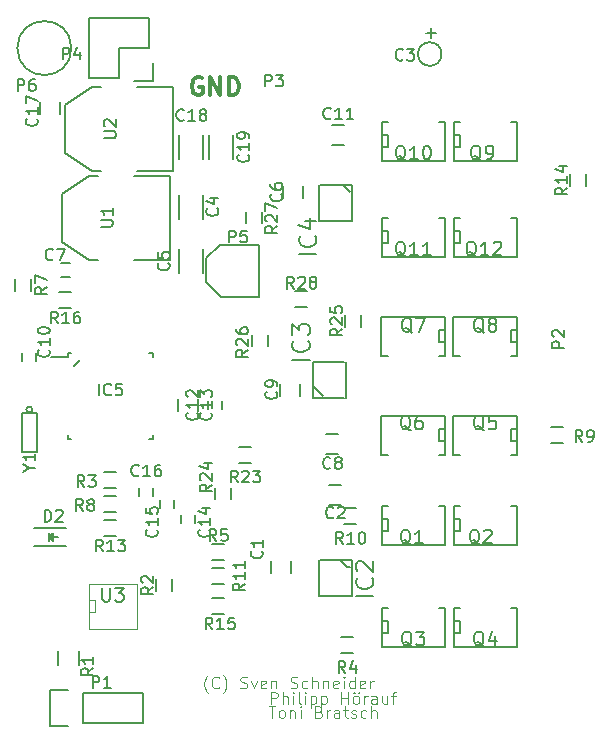
<source format=gto>
G04 #@! TF.FileFunction,Legend,Top*
%FSLAX46Y46*%
G04 Gerber Fmt 4.6, Leading zero omitted, Abs format (unit mm)*
G04 Created by KiCad (PCBNEW 0.201511171411+6319~30~ubuntu15.10.1-product) date Fr 04 Dez 2015 11:44:42 CET*
%MOMM*%
G01*
G04 APERTURE LIST*
%ADD10C,0.100000*%
%ADD11C,0.300000*%
%ADD12C,0.200000*%
%ADD13C,0.150000*%
%ADD14C,0.203200*%
%ADD15C,0.099060*%
%ADD16C,0.127000*%
%ADD17C,0.152400*%
G04 APERTURE END LIST*
D10*
X208209142Y-108799381D02*
X208780571Y-108799381D01*
X208494856Y-109799381D02*
X208494856Y-108799381D01*
X209256761Y-109799381D02*
X209161523Y-109751762D01*
X209113904Y-109704143D01*
X209066285Y-109608905D01*
X209066285Y-109323190D01*
X209113904Y-109227952D01*
X209161523Y-109180333D01*
X209256761Y-109132714D01*
X209399619Y-109132714D01*
X209494857Y-109180333D01*
X209542476Y-109227952D01*
X209590095Y-109323190D01*
X209590095Y-109608905D01*
X209542476Y-109704143D01*
X209494857Y-109751762D01*
X209399619Y-109799381D01*
X209256761Y-109799381D01*
X210018666Y-109132714D02*
X210018666Y-109799381D01*
X210018666Y-109227952D02*
X210066285Y-109180333D01*
X210161523Y-109132714D01*
X210304381Y-109132714D01*
X210399619Y-109180333D01*
X210447238Y-109275571D01*
X210447238Y-109799381D01*
X210923428Y-109799381D02*
X210923428Y-109132714D01*
X210923428Y-108799381D02*
X210875809Y-108847000D01*
X210923428Y-108894619D01*
X210971047Y-108847000D01*
X210923428Y-108799381D01*
X210923428Y-108894619D01*
X212494857Y-109275571D02*
X212637714Y-109323190D01*
X212685333Y-109370810D01*
X212732952Y-109466048D01*
X212732952Y-109608905D01*
X212685333Y-109704143D01*
X212637714Y-109751762D01*
X212542476Y-109799381D01*
X212161523Y-109799381D01*
X212161523Y-108799381D01*
X212494857Y-108799381D01*
X212590095Y-108847000D01*
X212637714Y-108894619D01*
X212685333Y-108989857D01*
X212685333Y-109085095D01*
X212637714Y-109180333D01*
X212590095Y-109227952D01*
X212494857Y-109275571D01*
X212161523Y-109275571D01*
X213161523Y-109799381D02*
X213161523Y-109132714D01*
X213161523Y-109323190D02*
X213209142Y-109227952D01*
X213256761Y-109180333D01*
X213351999Y-109132714D01*
X213447238Y-109132714D01*
X214209143Y-109799381D02*
X214209143Y-109275571D01*
X214161524Y-109180333D01*
X214066286Y-109132714D01*
X213875809Y-109132714D01*
X213780571Y-109180333D01*
X214209143Y-109751762D02*
X214113905Y-109799381D01*
X213875809Y-109799381D01*
X213780571Y-109751762D01*
X213732952Y-109656524D01*
X213732952Y-109561286D01*
X213780571Y-109466048D01*
X213875809Y-109418429D01*
X214113905Y-109418429D01*
X214209143Y-109370810D01*
X214542476Y-109132714D02*
X214923428Y-109132714D01*
X214685333Y-108799381D02*
X214685333Y-109656524D01*
X214732952Y-109751762D01*
X214828190Y-109799381D01*
X214923428Y-109799381D01*
X215209143Y-109751762D02*
X215304381Y-109799381D01*
X215494857Y-109799381D01*
X215590096Y-109751762D01*
X215637715Y-109656524D01*
X215637715Y-109608905D01*
X215590096Y-109513667D01*
X215494857Y-109466048D01*
X215352000Y-109466048D01*
X215256762Y-109418429D01*
X215209143Y-109323190D01*
X215209143Y-109275571D01*
X215256762Y-109180333D01*
X215352000Y-109132714D01*
X215494857Y-109132714D01*
X215590096Y-109180333D01*
X216494858Y-109751762D02*
X216399620Y-109799381D01*
X216209143Y-109799381D01*
X216113905Y-109751762D01*
X216066286Y-109704143D01*
X216018667Y-109608905D01*
X216018667Y-109323190D01*
X216066286Y-109227952D01*
X216113905Y-109180333D01*
X216209143Y-109132714D01*
X216399620Y-109132714D01*
X216494858Y-109180333D01*
X216923429Y-109799381D02*
X216923429Y-108799381D01*
X217352001Y-109799381D02*
X217352001Y-109275571D01*
X217304382Y-109180333D01*
X217209144Y-109132714D01*
X217066286Y-109132714D01*
X216971048Y-109180333D01*
X216923429Y-109227952D01*
X208399714Y-108605581D02*
X208399714Y-107605581D01*
X208780667Y-107605581D01*
X208875905Y-107653200D01*
X208923524Y-107700819D01*
X208971143Y-107796057D01*
X208971143Y-107938914D01*
X208923524Y-108034152D01*
X208875905Y-108081771D01*
X208780667Y-108129390D01*
X208399714Y-108129390D01*
X209399714Y-108605581D02*
X209399714Y-107605581D01*
X209828286Y-108605581D02*
X209828286Y-108081771D01*
X209780667Y-107986533D01*
X209685429Y-107938914D01*
X209542571Y-107938914D01*
X209447333Y-107986533D01*
X209399714Y-108034152D01*
X210304476Y-108605581D02*
X210304476Y-107938914D01*
X210304476Y-107605581D02*
X210256857Y-107653200D01*
X210304476Y-107700819D01*
X210352095Y-107653200D01*
X210304476Y-107605581D01*
X210304476Y-107700819D01*
X210923523Y-108605581D02*
X210828285Y-108557962D01*
X210780666Y-108462724D01*
X210780666Y-107605581D01*
X211304476Y-108605581D02*
X211304476Y-107938914D01*
X211304476Y-107605581D02*
X211256857Y-107653200D01*
X211304476Y-107700819D01*
X211352095Y-107653200D01*
X211304476Y-107605581D01*
X211304476Y-107700819D01*
X211780666Y-107938914D02*
X211780666Y-108938914D01*
X211780666Y-107986533D02*
X211875904Y-107938914D01*
X212066381Y-107938914D01*
X212161619Y-107986533D01*
X212209238Y-108034152D01*
X212256857Y-108129390D01*
X212256857Y-108415105D01*
X212209238Y-108510343D01*
X212161619Y-108557962D01*
X212066381Y-108605581D01*
X211875904Y-108605581D01*
X211780666Y-108557962D01*
X212685428Y-107938914D02*
X212685428Y-108938914D01*
X212685428Y-107986533D02*
X212780666Y-107938914D01*
X212971143Y-107938914D01*
X213066381Y-107986533D01*
X213114000Y-108034152D01*
X213161619Y-108129390D01*
X213161619Y-108415105D01*
X213114000Y-108510343D01*
X213066381Y-108557962D01*
X212971143Y-108605581D01*
X212780666Y-108605581D01*
X212685428Y-108557962D01*
X214352095Y-108605581D02*
X214352095Y-107605581D01*
X214352095Y-108081771D02*
X214923524Y-108081771D01*
X214923524Y-108605581D02*
X214923524Y-107605581D01*
X215542571Y-108605581D02*
X215447333Y-108557962D01*
X215399714Y-108510343D01*
X215352095Y-108415105D01*
X215352095Y-108129390D01*
X215399714Y-108034152D01*
X215447333Y-107986533D01*
X215542571Y-107938914D01*
X215685429Y-107938914D01*
X215780667Y-107986533D01*
X215828286Y-108034152D01*
X215875905Y-108129390D01*
X215875905Y-108415105D01*
X215828286Y-108510343D01*
X215780667Y-108557962D01*
X215685429Y-108605581D01*
X215542571Y-108605581D01*
X215447333Y-107605581D02*
X215494952Y-107653200D01*
X215447333Y-107700819D01*
X215399714Y-107653200D01*
X215447333Y-107605581D01*
X215447333Y-107700819D01*
X215828286Y-107605581D02*
X215875905Y-107653200D01*
X215828286Y-107700819D01*
X215780667Y-107653200D01*
X215828286Y-107605581D01*
X215828286Y-107700819D01*
X216304476Y-108605581D02*
X216304476Y-107938914D01*
X216304476Y-108129390D02*
X216352095Y-108034152D01*
X216399714Y-107986533D01*
X216494952Y-107938914D01*
X216590191Y-107938914D01*
X217352096Y-108605581D02*
X217352096Y-108081771D01*
X217304477Y-107986533D01*
X217209239Y-107938914D01*
X217018762Y-107938914D01*
X216923524Y-107986533D01*
X217352096Y-108557962D02*
X217256858Y-108605581D01*
X217018762Y-108605581D01*
X216923524Y-108557962D01*
X216875905Y-108462724D01*
X216875905Y-108367486D01*
X216923524Y-108272248D01*
X217018762Y-108224629D01*
X217256858Y-108224629D01*
X217352096Y-108177010D01*
X218256858Y-107938914D02*
X218256858Y-108605581D01*
X217828286Y-107938914D02*
X217828286Y-108462724D01*
X217875905Y-108557962D01*
X217971143Y-108605581D01*
X218114001Y-108605581D01*
X218209239Y-108557962D01*
X218256858Y-108510343D01*
X218590191Y-107938914D02*
X218971143Y-107938914D01*
X218733048Y-108605581D02*
X218733048Y-107748438D01*
X218780667Y-107653200D01*
X218875905Y-107605581D01*
X218971143Y-107605581D01*
X203070676Y-107691133D02*
X203023056Y-107643514D01*
X202927818Y-107500657D01*
X202880199Y-107405419D01*
X202832580Y-107262562D01*
X202784961Y-107024467D01*
X202784961Y-106833990D01*
X202832580Y-106595895D01*
X202880199Y-106453038D01*
X202927818Y-106357800D01*
X203023056Y-106214943D01*
X203070676Y-106167324D01*
X204023057Y-107214943D02*
X203975438Y-107262562D01*
X203832581Y-107310181D01*
X203737343Y-107310181D01*
X203594485Y-107262562D01*
X203499247Y-107167324D01*
X203451628Y-107072086D01*
X203404009Y-106881610D01*
X203404009Y-106738752D01*
X203451628Y-106548276D01*
X203499247Y-106453038D01*
X203594485Y-106357800D01*
X203737343Y-106310181D01*
X203832581Y-106310181D01*
X203975438Y-106357800D01*
X204023057Y-106405419D01*
X204356390Y-107691133D02*
X204404009Y-107643514D01*
X204499247Y-107500657D01*
X204546866Y-107405419D01*
X204594485Y-107262562D01*
X204642104Y-107024467D01*
X204642104Y-106833990D01*
X204594485Y-106595895D01*
X204546866Y-106453038D01*
X204499247Y-106357800D01*
X204404009Y-106214943D01*
X204356390Y-106167324D01*
X205832581Y-107262562D02*
X205975438Y-107310181D01*
X206213534Y-107310181D01*
X206308772Y-107262562D01*
X206356391Y-107214943D01*
X206404010Y-107119705D01*
X206404010Y-107024467D01*
X206356391Y-106929229D01*
X206308772Y-106881610D01*
X206213534Y-106833990D01*
X206023057Y-106786371D01*
X205927819Y-106738752D01*
X205880200Y-106691133D01*
X205832581Y-106595895D01*
X205832581Y-106500657D01*
X205880200Y-106405419D01*
X205927819Y-106357800D01*
X206023057Y-106310181D01*
X206261153Y-106310181D01*
X206404010Y-106357800D01*
X206737343Y-106643514D02*
X206975438Y-107310181D01*
X207213534Y-106643514D01*
X207975439Y-107262562D02*
X207880201Y-107310181D01*
X207689724Y-107310181D01*
X207594486Y-107262562D01*
X207546867Y-107167324D01*
X207546867Y-106786371D01*
X207594486Y-106691133D01*
X207689724Y-106643514D01*
X207880201Y-106643514D01*
X207975439Y-106691133D01*
X208023058Y-106786371D01*
X208023058Y-106881610D01*
X207546867Y-106976848D01*
X208451629Y-106643514D02*
X208451629Y-107310181D01*
X208451629Y-106738752D02*
X208499248Y-106691133D01*
X208594486Y-106643514D01*
X208737344Y-106643514D01*
X208832582Y-106691133D01*
X208880201Y-106786371D01*
X208880201Y-107310181D01*
X210070677Y-107262562D02*
X210213534Y-107310181D01*
X210451630Y-107310181D01*
X210546868Y-107262562D01*
X210594487Y-107214943D01*
X210642106Y-107119705D01*
X210642106Y-107024467D01*
X210594487Y-106929229D01*
X210546868Y-106881610D01*
X210451630Y-106833990D01*
X210261153Y-106786371D01*
X210165915Y-106738752D01*
X210118296Y-106691133D01*
X210070677Y-106595895D01*
X210070677Y-106500657D01*
X210118296Y-106405419D01*
X210165915Y-106357800D01*
X210261153Y-106310181D01*
X210499249Y-106310181D01*
X210642106Y-106357800D01*
X211499249Y-107262562D02*
X211404011Y-107310181D01*
X211213534Y-107310181D01*
X211118296Y-107262562D01*
X211070677Y-107214943D01*
X211023058Y-107119705D01*
X211023058Y-106833990D01*
X211070677Y-106738752D01*
X211118296Y-106691133D01*
X211213534Y-106643514D01*
X211404011Y-106643514D01*
X211499249Y-106691133D01*
X211927820Y-107310181D02*
X211927820Y-106310181D01*
X212356392Y-107310181D02*
X212356392Y-106786371D01*
X212308773Y-106691133D01*
X212213535Y-106643514D01*
X212070677Y-106643514D01*
X211975439Y-106691133D01*
X211927820Y-106738752D01*
X212832582Y-106643514D02*
X212832582Y-107310181D01*
X212832582Y-106738752D02*
X212880201Y-106691133D01*
X212975439Y-106643514D01*
X213118297Y-106643514D01*
X213213535Y-106691133D01*
X213261154Y-106786371D01*
X213261154Y-107310181D01*
X214118297Y-107262562D02*
X214023059Y-107310181D01*
X213832582Y-107310181D01*
X213737344Y-107262562D01*
X213689725Y-107167324D01*
X213689725Y-106786371D01*
X213737344Y-106691133D01*
X213832582Y-106643514D01*
X214023059Y-106643514D01*
X214118297Y-106691133D01*
X214165916Y-106786371D01*
X214165916Y-106881610D01*
X213689725Y-106976848D01*
X214594487Y-107310181D02*
X214594487Y-106643514D01*
X214594487Y-106310181D02*
X214546868Y-106357800D01*
X214594487Y-106405419D01*
X214642106Y-106357800D01*
X214594487Y-106310181D01*
X214594487Y-106405419D01*
X215499249Y-107310181D02*
X215499249Y-106310181D01*
X215499249Y-107262562D02*
X215404011Y-107310181D01*
X215213534Y-107310181D01*
X215118296Y-107262562D01*
X215070677Y-107214943D01*
X215023058Y-107119705D01*
X215023058Y-106833990D01*
X215070677Y-106738752D01*
X215118296Y-106691133D01*
X215213534Y-106643514D01*
X215404011Y-106643514D01*
X215499249Y-106691133D01*
X216356392Y-107262562D02*
X216261154Y-107310181D01*
X216070677Y-107310181D01*
X215975439Y-107262562D01*
X215927820Y-107167324D01*
X215927820Y-106786371D01*
X215975439Y-106691133D01*
X216070677Y-106643514D01*
X216261154Y-106643514D01*
X216356392Y-106691133D01*
X216404011Y-106786371D01*
X216404011Y-106881610D01*
X215927820Y-106976848D01*
X216832582Y-107310181D02*
X216832582Y-106643514D01*
X216832582Y-106833990D02*
X216880201Y-106738752D01*
X216927820Y-106691133D01*
X217023058Y-106643514D01*
X217118297Y-106643514D01*
D11*
X202565143Y-55638000D02*
X202422286Y-55566571D01*
X202208000Y-55566571D01*
X201993715Y-55638000D01*
X201850857Y-55780857D01*
X201779429Y-55923714D01*
X201708000Y-56209429D01*
X201708000Y-56423714D01*
X201779429Y-56709429D01*
X201850857Y-56852286D01*
X201993715Y-56995143D01*
X202208000Y-57066571D01*
X202350857Y-57066571D01*
X202565143Y-56995143D01*
X202636572Y-56923714D01*
X202636572Y-56423714D01*
X202350857Y-56423714D01*
X203279429Y-57066571D02*
X203279429Y-55566571D01*
X204136572Y-57066571D01*
X204136572Y-55566571D01*
X204850858Y-57066571D02*
X204850858Y-55566571D01*
X205208001Y-55566571D01*
X205422286Y-55638000D01*
X205565144Y-55780857D01*
X205636572Y-55923714D01*
X205708001Y-56209429D01*
X205708001Y-56423714D01*
X205636572Y-56709429D01*
X205565144Y-56852286D01*
X205422286Y-56995143D01*
X205208001Y-57066571D01*
X204850858Y-57066571D01*
D12*
X191770000Y-80010000D02*
X192278000Y-79502000D01*
X214884000Y-97028000D02*
X215138000Y-97028000D01*
X214376000Y-96520000D02*
X214884000Y-97028000D01*
X212852000Y-82550000D02*
X212090000Y-81788000D01*
X214630000Y-64770000D02*
X215138000Y-65278000D01*
D13*
X222377000Y-51790600D02*
X222402400Y-51790600D01*
X221564200Y-51790600D02*
X221538800Y-51790600D01*
X222326200Y-51790600D02*
X222351600Y-51790600D01*
X221589600Y-51790600D02*
X222300800Y-51790600D01*
X221970600Y-52120800D02*
X221970600Y-52247800D01*
X221970600Y-51384200D02*
X221970600Y-52095400D01*
X222859000Y-53594000D02*
G75*
G03X222859000Y-53594000I-1000000J0D01*
G01*
X188392000Y-95238000D02*
X191092000Y-95238000D01*
X188392000Y-93738000D02*
X191092000Y-93738000D01*
X189892000Y-94638000D02*
X189892000Y-94388000D01*
X189892000Y-94388000D02*
X189742000Y-94538000D01*
X189642000Y-94138000D02*
X189642000Y-94838000D01*
X189992000Y-94488000D02*
X190342000Y-94488000D01*
X189642000Y-94488000D02*
X189992000Y-94138000D01*
X189992000Y-94138000D02*
X189992000Y-94838000D01*
X189992000Y-94838000D02*
X189642000Y-94488000D01*
X204089000Y-69723000D02*
X207391000Y-69723000D01*
X207391000Y-69723000D02*
X207391000Y-74041000D01*
X207391000Y-74041000D02*
X207391000Y-74168000D01*
X207391000Y-74168000D02*
X204216000Y-74168000D01*
X204216000Y-74168000D02*
X202946000Y-72898000D01*
X202946000Y-72898000D02*
X202946000Y-70866000D01*
X202946000Y-70866000D02*
X204089000Y-69723000D01*
X191516000Y-53086000D02*
G75*
G03X191516000Y-53086000I-2286000J0D01*
G01*
D14*
X197104000Y-63500000D02*
X200152000Y-63500000D01*
X200152000Y-63500000D02*
X200152000Y-56388000D01*
X200152000Y-56388000D02*
X197104000Y-56388000D01*
X194056000Y-63500000D02*
X193294000Y-63500000D01*
X193294000Y-63500000D02*
X191008000Y-61976000D01*
X191008000Y-61976000D02*
X191008000Y-57912000D01*
X191008000Y-57912000D02*
X193294000Y-56388000D01*
X193294000Y-56388000D02*
X194056000Y-56388000D01*
D13*
X215265000Y-67691000D02*
X212598000Y-67691000D01*
X212471000Y-67691000D02*
X212471000Y-64643000D01*
X212598000Y-64643000D02*
X215265000Y-64643000D01*
X215265000Y-64643000D02*
X215265000Y-67691000D01*
X211963000Y-79629000D02*
X214630000Y-79629000D01*
X214757000Y-79629000D02*
X214757000Y-82677000D01*
X214630000Y-82677000D02*
X211963000Y-82677000D01*
X211963000Y-82677000D02*
X211963000Y-79629000D01*
X215265000Y-99441000D02*
X212598000Y-99441000D01*
X212471000Y-99441000D02*
X212471000Y-96393000D01*
X212598000Y-96393000D02*
X215265000Y-96393000D01*
X215265000Y-96393000D02*
X215265000Y-99441000D01*
X210146000Y-97528000D02*
X210146000Y-96528000D01*
X208446000Y-96528000D02*
X208446000Y-97528000D01*
X213368000Y-91782000D02*
X214368000Y-91782000D01*
X214368000Y-90082000D02*
X213368000Y-90082000D01*
X211162000Y-65778000D02*
X211162000Y-64778000D01*
X209462000Y-64778000D02*
X209462000Y-65778000D01*
X214114000Y-85764000D02*
X213114000Y-85764000D01*
X213114000Y-87464000D02*
X214114000Y-87464000D01*
X209208000Y-81542000D02*
X209208000Y-82542000D01*
X210908000Y-82542000D02*
X210908000Y-81542000D01*
X213622000Y-61302000D02*
X214622000Y-61302000D01*
X214622000Y-59602000D02*
X213622000Y-59602000D01*
X202272000Y-83812000D02*
X202272000Y-82812000D01*
X200572000Y-82812000D02*
X200572000Y-83812000D01*
X200651000Y-60468000D02*
X200651000Y-62468000D01*
X202701000Y-62468000D02*
X202701000Y-60468000D01*
X191193000Y-78925000D02*
X191193000Y-79250000D01*
X198443000Y-78925000D02*
X198443000Y-79250000D01*
X198443000Y-86175000D02*
X198443000Y-85850000D01*
X191193000Y-86175000D02*
X191193000Y-85850000D01*
X191193000Y-78925000D02*
X191518000Y-78925000D01*
X191193000Y-86175000D02*
X191518000Y-86175000D01*
X198443000Y-86175000D02*
X198118000Y-86175000D01*
X198443000Y-78925000D02*
X198118000Y-78925000D01*
X191193000Y-79250000D02*
X189768000Y-79250000D01*
X191262000Y-107416000D02*
X189712000Y-107416000D01*
X189712000Y-107416000D02*
X189712000Y-110516000D01*
X189712000Y-110516000D02*
X191262000Y-110516000D01*
X192532000Y-107696000D02*
X197612000Y-107696000D01*
X197612000Y-107696000D02*
X197612000Y-110236000D01*
X197612000Y-110236000D02*
X192532000Y-110236000D01*
X192532000Y-110236000D02*
X192532000Y-107696000D01*
X190387000Y-105311500D02*
X190387000Y-104111500D01*
X192137000Y-104111500D02*
X192137000Y-105311500D01*
X188210000Y-83698000D02*
G75*
G03X188210000Y-83698000I-250000J0D01*
G01*
X187310000Y-83998000D02*
X187310000Y-87298000D01*
X187310000Y-87298000D02*
X188610000Y-87298000D01*
X188610000Y-87298000D02*
X188610000Y-83998000D01*
X188610000Y-83998000D02*
X187310000Y-83998000D01*
X198400000Y-55906000D02*
X198400000Y-54356000D01*
X196850000Y-55906000D02*
X198400000Y-55906000D01*
X196850000Y-55906000D02*
X198400000Y-55906000D01*
X195580000Y-55626000D02*
X195580000Y-53086000D01*
X195580000Y-53086000D02*
X198120000Y-53086000D01*
X198120000Y-53086000D02*
X198120000Y-50546000D01*
X198120000Y-50546000D02*
X193040000Y-50546000D01*
X193040000Y-50546000D02*
X193040000Y-55626000D01*
X193040000Y-55626000D02*
X195580000Y-55626000D01*
X202701000Y-67548000D02*
X202701000Y-65548000D01*
X200651000Y-65548000D02*
X200651000Y-67548000D01*
X200651000Y-70120000D02*
X200651000Y-72120000D01*
X202701000Y-72120000D02*
X202701000Y-70120000D01*
X203191000Y-60468000D02*
X203191000Y-62468000D01*
X205241000Y-62468000D02*
X205241000Y-60468000D01*
X190658000Y-71282000D02*
X191358000Y-71282000D01*
X191358000Y-72482000D02*
X190658000Y-72482000D01*
X187360000Y-79598000D02*
X187360000Y-78898000D01*
X188560000Y-78898000D02*
X188560000Y-79598000D01*
X203108000Y-83662000D02*
X203108000Y-82962000D01*
X204308000Y-82962000D02*
X204308000Y-83662000D01*
X200822000Y-93314000D02*
X200822000Y-92614000D01*
X202022000Y-92614000D02*
X202022000Y-93314000D01*
X200244000Y-91344000D02*
X200244000Y-92044000D01*
X199044000Y-92044000D02*
X199044000Y-91344000D01*
X198466000Y-90328000D02*
X198466000Y-91028000D01*
X197266000Y-91028000D02*
X197266000Y-90328000D01*
X190588000Y-58666000D02*
X190588000Y-57666000D01*
X188888000Y-57666000D02*
X188888000Y-58666000D01*
D15*
X192976500Y-102235000D02*
X197040500Y-102235000D01*
X192976500Y-98425000D02*
X197040500Y-98425000D01*
X197040500Y-98425000D02*
X197040500Y-102235000D01*
X192976500Y-102108000D02*
X192976500Y-102235000D01*
X192976500Y-98425000D02*
X192976500Y-102108000D01*
X192976500Y-99822000D02*
X193484500Y-99822000D01*
X193484500Y-99822000D02*
X193484500Y-100838000D01*
X193484500Y-100838000D02*
X192976500Y-100838000D01*
D13*
X223139000Y-91821000D02*
X222631000Y-91821000D01*
X217805000Y-91821000D02*
X218313000Y-91821000D01*
D16*
X223172020Y-95123000D02*
X217822780Y-95123000D01*
X223172020Y-91821000D02*
X223172020Y-95123000D01*
X217822780Y-91821000D02*
X217822780Y-95123000D01*
X217805000Y-92964000D02*
X218313000Y-92964000D01*
X218313000Y-92964000D02*
X218313000Y-93980000D01*
X218313000Y-93980000D02*
X217805000Y-93980000D01*
D13*
X229235000Y-91821000D02*
X228727000Y-91821000D01*
X223901000Y-91821000D02*
X224409000Y-91821000D01*
D16*
X229268020Y-95123000D02*
X223918780Y-95123000D01*
X229268020Y-91821000D02*
X229268020Y-95123000D01*
X223918780Y-91821000D02*
X223918780Y-95123000D01*
X223901000Y-92964000D02*
X224409000Y-92964000D01*
X224409000Y-92964000D02*
X224409000Y-93980000D01*
X224409000Y-93980000D02*
X223901000Y-93980000D01*
D13*
X223139000Y-100457000D02*
X222631000Y-100457000D01*
X217805000Y-100457000D02*
X218313000Y-100457000D01*
D16*
X223172020Y-103759000D02*
X217822780Y-103759000D01*
X223172020Y-100457000D02*
X223172020Y-103759000D01*
X217822780Y-100457000D02*
X217822780Y-103759000D01*
X217805000Y-101600000D02*
X218313000Y-101600000D01*
X218313000Y-101600000D02*
X218313000Y-102616000D01*
X218313000Y-102616000D02*
X217805000Y-102616000D01*
D13*
X229235000Y-100457000D02*
X228727000Y-100457000D01*
X223901000Y-100457000D02*
X224409000Y-100457000D01*
D16*
X229268020Y-103759000D02*
X223918780Y-103759000D01*
X229268020Y-100457000D02*
X229268020Y-103759000D01*
X223918780Y-100457000D02*
X223918780Y-103759000D01*
X223901000Y-101600000D02*
X224409000Y-101600000D01*
X224409000Y-101600000D02*
X224409000Y-102616000D01*
X224409000Y-102616000D02*
X223901000Y-102616000D01*
D13*
X223901000Y-87503000D02*
X224409000Y-87503000D01*
X229235000Y-87503000D02*
X228727000Y-87503000D01*
D16*
X223867980Y-84201000D02*
X229217220Y-84201000D01*
X223867980Y-87503000D02*
X223867980Y-84201000D01*
X229217220Y-87503000D02*
X229217220Y-84201000D01*
X229235000Y-86360000D02*
X228727000Y-86360000D01*
X228727000Y-86360000D02*
X228727000Y-85344000D01*
X228727000Y-85344000D02*
X229235000Y-85344000D01*
D13*
X217805000Y-87503000D02*
X218313000Y-87503000D01*
X223139000Y-87503000D02*
X222631000Y-87503000D01*
D16*
X217771980Y-84201000D02*
X223121220Y-84201000D01*
X217771980Y-87503000D02*
X217771980Y-84201000D01*
X223121220Y-87503000D02*
X223121220Y-84201000D01*
X223139000Y-86360000D02*
X222631000Y-86360000D01*
X222631000Y-86360000D02*
X222631000Y-85344000D01*
X222631000Y-85344000D02*
X223139000Y-85344000D01*
D13*
X217805000Y-79121000D02*
X218313000Y-79121000D01*
X223139000Y-79121000D02*
X222631000Y-79121000D01*
D16*
X217771980Y-75819000D02*
X223121220Y-75819000D01*
X217771980Y-79121000D02*
X217771980Y-75819000D01*
X223121220Y-79121000D02*
X223121220Y-75819000D01*
X223139000Y-77978000D02*
X222631000Y-77978000D01*
X222631000Y-77978000D02*
X222631000Y-76962000D01*
X222631000Y-76962000D02*
X223139000Y-76962000D01*
D13*
X223901000Y-79121000D02*
X224409000Y-79121000D01*
X229235000Y-79121000D02*
X228727000Y-79121000D01*
D16*
X223867980Y-75819000D02*
X229217220Y-75819000D01*
X223867980Y-79121000D02*
X223867980Y-75819000D01*
X229217220Y-79121000D02*
X229217220Y-75819000D01*
X229235000Y-77978000D02*
X228727000Y-77978000D01*
X228727000Y-77978000D02*
X228727000Y-76962000D01*
X228727000Y-76962000D02*
X229235000Y-76962000D01*
D13*
X229235000Y-59309000D02*
X228727000Y-59309000D01*
X223901000Y-59309000D02*
X224409000Y-59309000D01*
D16*
X229268020Y-62611000D02*
X223918780Y-62611000D01*
X229268020Y-59309000D02*
X229268020Y-62611000D01*
X223918780Y-59309000D02*
X223918780Y-62611000D01*
X223901000Y-60452000D02*
X224409000Y-60452000D01*
X224409000Y-60452000D02*
X224409000Y-61468000D01*
X224409000Y-61468000D02*
X223901000Y-61468000D01*
D13*
X223139000Y-59309000D02*
X222631000Y-59309000D01*
X217805000Y-59309000D02*
X218313000Y-59309000D01*
D16*
X223172020Y-62611000D02*
X217822780Y-62611000D01*
X223172020Y-59309000D02*
X223172020Y-62611000D01*
X217822780Y-59309000D02*
X217822780Y-62611000D01*
X217805000Y-60452000D02*
X218313000Y-60452000D01*
X218313000Y-60452000D02*
X218313000Y-61468000D01*
X218313000Y-61468000D02*
X217805000Y-61468000D01*
D13*
X223139000Y-67437000D02*
X222631000Y-67437000D01*
X217805000Y-67437000D02*
X218313000Y-67437000D01*
D16*
X223172020Y-70739000D02*
X217822780Y-70739000D01*
X223172020Y-67437000D02*
X223172020Y-70739000D01*
X217822780Y-67437000D02*
X217822780Y-70739000D01*
X217805000Y-68580000D02*
X218313000Y-68580000D01*
X218313000Y-68580000D02*
X218313000Y-69596000D01*
X218313000Y-69596000D02*
X217805000Y-69596000D01*
D13*
X229235000Y-67437000D02*
X228727000Y-67437000D01*
X223901000Y-67437000D02*
X224409000Y-67437000D01*
D16*
X229268020Y-70739000D02*
X223918780Y-70739000D01*
X229268020Y-67437000D02*
X229268020Y-70739000D01*
X223918780Y-67437000D02*
X223918780Y-70739000D01*
X223901000Y-68580000D02*
X224409000Y-68580000D01*
X224409000Y-68580000D02*
X224409000Y-69596000D01*
X224409000Y-69596000D02*
X223901000Y-69596000D01*
D13*
X200065000Y-98052000D02*
X200065000Y-99052000D01*
X198715000Y-99052000D02*
X198715000Y-98052000D01*
X194318000Y-88987000D02*
X195318000Y-88987000D01*
X195318000Y-90337000D02*
X194318000Y-90337000D01*
X214384000Y-102957000D02*
X215384000Y-102957000D01*
X215384000Y-104307000D02*
X214384000Y-104307000D01*
X204462000Y-96433000D02*
X203462000Y-96433000D01*
X203462000Y-95083000D02*
X204462000Y-95083000D01*
X186777000Y-73652000D02*
X186777000Y-72652000D01*
X188127000Y-72652000D02*
X188127000Y-73652000D01*
X194318000Y-91019000D02*
X195318000Y-91019000D01*
X195318000Y-92369000D02*
X194318000Y-92369000D01*
X233164000Y-86527000D02*
X232164000Y-86527000D01*
X232164000Y-85177000D02*
X233164000Y-85177000D01*
X214638000Y-92035000D02*
X215638000Y-92035000D01*
X215638000Y-93385000D02*
X214638000Y-93385000D01*
X204462000Y-98465000D02*
X203462000Y-98465000D01*
X203462000Y-97115000D02*
X204462000Y-97115000D01*
X194318000Y-93051000D02*
X195318000Y-93051000D01*
X195318000Y-94401000D02*
X194318000Y-94401000D01*
X233767000Y-64762000D02*
X233767000Y-63762000D01*
X235117000Y-63762000D02*
X235117000Y-64762000D01*
X204462000Y-101005000D02*
X203462000Y-101005000D01*
X203462000Y-99655000D02*
X204462000Y-99655000D01*
X190508000Y-73747000D02*
X191508000Y-73747000D01*
X191508000Y-75097000D02*
X190508000Y-75097000D01*
X205748000Y-86828000D02*
X206748000Y-86828000D01*
X206748000Y-88178000D02*
X205748000Y-88178000D01*
X205018000Y-90305000D02*
X205018000Y-91305000D01*
X203668000Y-91305000D02*
X203668000Y-90305000D01*
X214717000Y-76700000D02*
X214717000Y-75700000D01*
X216067000Y-75700000D02*
X216067000Y-76700000D01*
X208193000Y-77351000D02*
X208193000Y-78351000D01*
X206843000Y-78351000D02*
X206843000Y-77351000D01*
X206335000Y-67937000D02*
X206335000Y-66937000D01*
X207685000Y-66937000D02*
X207685000Y-67937000D01*
X210447000Y-73620000D02*
X211447000Y-73620000D01*
X211447000Y-74970000D02*
X210447000Y-74970000D01*
X196850000Y-70993000D02*
X199898000Y-70993000D01*
X199898000Y-70993000D02*
X199898000Y-63881000D01*
X199898000Y-63881000D02*
X196850000Y-63881000D01*
X193802000Y-70993000D02*
X193040000Y-70993000D01*
X193040000Y-70993000D02*
X190754000Y-69469000D01*
X190754000Y-69469000D02*
X190754000Y-65405000D01*
X190754000Y-65405000D02*
X193040000Y-63881000D01*
X193040000Y-63881000D02*
X193802000Y-63881000D01*
X233243381Y-78462095D02*
X232243381Y-78462095D01*
X232243381Y-78081142D01*
X232291000Y-77985904D01*
X232338619Y-77938285D01*
X232433857Y-77890666D01*
X232576714Y-77890666D01*
X232671952Y-77938285D01*
X232719571Y-77985904D01*
X232767190Y-78081142D01*
X232767190Y-78462095D01*
X232338619Y-77509714D02*
X232291000Y-77462095D01*
X232243381Y-77366857D01*
X232243381Y-77128761D01*
X232291000Y-77033523D01*
X232338619Y-76985904D01*
X232433857Y-76938285D01*
X232529095Y-76938285D01*
X232671952Y-76985904D01*
X233243381Y-77557333D01*
X233243381Y-76938285D01*
X207922905Y-56332381D02*
X207922905Y-55332381D01*
X208303858Y-55332381D01*
X208399096Y-55380000D01*
X208446715Y-55427619D01*
X208494334Y-55522857D01*
X208494334Y-55665714D01*
X208446715Y-55760952D01*
X208399096Y-55808571D01*
X208303858Y-55856190D01*
X207922905Y-55856190D01*
X208827667Y-55332381D02*
X209446715Y-55332381D01*
X209113381Y-55713333D01*
X209256239Y-55713333D01*
X209351477Y-55760952D01*
X209399096Y-55808571D01*
X209446715Y-55903810D01*
X209446715Y-56141905D01*
X209399096Y-56237143D01*
X209351477Y-56284762D01*
X209256239Y-56332381D01*
X208970524Y-56332381D01*
X208875286Y-56284762D01*
X208827667Y-56237143D01*
X219594134Y-54052743D02*
X219546515Y-54100362D01*
X219403658Y-54147981D01*
X219308420Y-54147981D01*
X219165562Y-54100362D01*
X219070324Y-54005124D01*
X219022705Y-53909886D01*
X218975086Y-53719410D01*
X218975086Y-53576552D01*
X219022705Y-53386076D01*
X219070324Y-53290838D01*
X219165562Y-53195600D01*
X219308420Y-53147981D01*
X219403658Y-53147981D01*
X219546515Y-53195600D01*
X219594134Y-53243219D01*
X219927467Y-53147981D02*
X220546515Y-53147981D01*
X220213181Y-53528933D01*
X220356039Y-53528933D01*
X220451277Y-53576552D01*
X220498896Y-53624171D01*
X220546515Y-53719410D01*
X220546515Y-53957505D01*
X220498896Y-54052743D01*
X220451277Y-54100362D01*
X220356039Y-54147981D01*
X220070324Y-54147981D01*
X219975086Y-54100362D01*
X219927467Y-54052743D01*
X189253905Y-93190381D02*
X189253905Y-92190381D01*
X189492000Y-92190381D01*
X189634858Y-92238000D01*
X189730096Y-92333238D01*
X189777715Y-92428476D01*
X189825334Y-92618952D01*
X189825334Y-92761810D01*
X189777715Y-92952286D01*
X189730096Y-93047524D01*
X189634858Y-93142762D01*
X189492000Y-93190381D01*
X189253905Y-93190381D01*
X190206286Y-92285619D02*
X190253905Y-92238000D01*
X190349143Y-92190381D01*
X190587239Y-92190381D01*
X190682477Y-92238000D01*
X190730096Y-92285619D01*
X190777715Y-92380857D01*
X190777715Y-92476095D01*
X190730096Y-92618952D01*
X190158667Y-93190381D01*
X190777715Y-93190381D01*
X204874905Y-69540381D02*
X204874905Y-68540381D01*
X205255858Y-68540381D01*
X205351096Y-68588000D01*
X205398715Y-68635619D01*
X205446334Y-68730857D01*
X205446334Y-68873714D01*
X205398715Y-68968952D01*
X205351096Y-69016571D01*
X205255858Y-69064190D01*
X204874905Y-69064190D01*
X206351096Y-68540381D02*
X205874905Y-68540381D01*
X205827286Y-69016571D01*
X205874905Y-68968952D01*
X205970143Y-68921333D01*
X206208239Y-68921333D01*
X206303477Y-68968952D01*
X206351096Y-69016571D01*
X206398715Y-69111810D01*
X206398715Y-69349905D01*
X206351096Y-69445143D01*
X206303477Y-69492762D01*
X206208239Y-69540381D01*
X205970143Y-69540381D01*
X205874905Y-69492762D01*
X205827286Y-69445143D01*
X186967905Y-56713381D02*
X186967905Y-55713381D01*
X187348858Y-55713381D01*
X187444096Y-55761000D01*
X187491715Y-55808619D01*
X187539334Y-55903857D01*
X187539334Y-56046714D01*
X187491715Y-56141952D01*
X187444096Y-56189571D01*
X187348858Y-56237190D01*
X186967905Y-56237190D01*
X188396477Y-55713381D02*
X188206000Y-55713381D01*
X188110762Y-55761000D01*
X188063143Y-55808619D01*
X187967905Y-55951476D01*
X187920286Y-56141952D01*
X187920286Y-56522905D01*
X187967905Y-56618143D01*
X188015524Y-56665762D01*
X188110762Y-56713381D01*
X188301239Y-56713381D01*
X188396477Y-56665762D01*
X188444096Y-56618143D01*
X188491715Y-56522905D01*
X188491715Y-56284810D01*
X188444096Y-56189571D01*
X188396477Y-56141952D01*
X188301239Y-56094333D01*
X188110762Y-56094333D01*
X188015524Y-56141952D01*
X187967905Y-56189571D01*
X187920286Y-56284810D01*
D14*
X194261619Y-60718095D02*
X195084095Y-60718095D01*
X195180857Y-60669714D01*
X195229238Y-60621333D01*
X195277619Y-60524571D01*
X195277619Y-60331048D01*
X195229238Y-60234286D01*
X195180857Y-60185905D01*
X195084095Y-60137524D01*
X194261619Y-60137524D01*
X194358381Y-59702095D02*
X194310000Y-59653714D01*
X194261619Y-59556952D01*
X194261619Y-59315048D01*
X194310000Y-59218286D01*
X194358381Y-59169905D01*
X194455143Y-59121524D01*
X194551905Y-59121524D01*
X194697048Y-59169905D01*
X195277619Y-59750476D01*
X195277619Y-59121524D01*
D13*
X212260571Y-70552285D02*
X210760571Y-70552285D01*
X212117714Y-68980856D02*
X212189143Y-69052285D01*
X212260571Y-69266571D01*
X212260571Y-69409428D01*
X212189143Y-69623713D01*
X212046286Y-69766571D01*
X211903429Y-69837999D01*
X211617714Y-69909428D01*
X211403429Y-69909428D01*
X211117714Y-69837999D01*
X210974857Y-69766571D01*
X210832000Y-69623713D01*
X210760571Y-69409428D01*
X210760571Y-69266571D01*
X210832000Y-69052285D01*
X210903429Y-68980856D01*
X211260571Y-67695142D02*
X212260571Y-67695142D01*
X210689143Y-68052285D02*
X211760571Y-68409428D01*
X211760571Y-67480856D01*
X211678571Y-79464285D02*
X210178571Y-79464285D01*
X211535714Y-77892856D02*
X211607143Y-77964285D01*
X211678571Y-78178571D01*
X211678571Y-78321428D01*
X211607143Y-78535713D01*
X211464286Y-78678571D01*
X211321429Y-78749999D01*
X211035714Y-78821428D01*
X210821429Y-78821428D01*
X210535714Y-78749999D01*
X210392857Y-78678571D01*
X210250000Y-78535713D01*
X210178571Y-78321428D01*
X210178571Y-78178571D01*
X210250000Y-77964285D01*
X210321429Y-77892856D01*
X210178571Y-77392856D02*
X210178571Y-76464285D01*
X210750000Y-76964285D01*
X210750000Y-76749999D01*
X210821429Y-76607142D01*
X210892857Y-76535713D01*
X211035714Y-76464285D01*
X211392857Y-76464285D01*
X211535714Y-76535713D01*
X211607143Y-76607142D01*
X211678571Y-76749999D01*
X211678571Y-77178571D01*
X211607143Y-77321428D01*
X211535714Y-77392856D01*
X217086571Y-99508285D02*
X215586571Y-99508285D01*
X216943714Y-97936856D02*
X217015143Y-98008285D01*
X217086571Y-98222571D01*
X217086571Y-98365428D01*
X217015143Y-98579713D01*
X216872286Y-98722571D01*
X216729429Y-98793999D01*
X216443714Y-98865428D01*
X216229429Y-98865428D01*
X215943714Y-98793999D01*
X215800857Y-98722571D01*
X215658000Y-98579713D01*
X215586571Y-98365428D01*
X215586571Y-98222571D01*
X215658000Y-98008285D01*
X215729429Y-97936856D01*
X215729429Y-97365428D02*
X215658000Y-97293999D01*
X215586571Y-97151142D01*
X215586571Y-96793999D01*
X215658000Y-96651142D01*
X215729429Y-96579713D01*
X215872286Y-96508285D01*
X216015143Y-96508285D01*
X216229429Y-96579713D01*
X217086571Y-97436856D01*
X217086571Y-96508285D01*
X207621143Y-95670666D02*
X207668762Y-95718285D01*
X207716381Y-95861142D01*
X207716381Y-95956380D01*
X207668762Y-96099238D01*
X207573524Y-96194476D01*
X207478286Y-96242095D01*
X207287810Y-96289714D01*
X207144952Y-96289714D01*
X206954476Y-96242095D01*
X206859238Y-96194476D01*
X206764000Y-96099238D01*
X206716381Y-95956380D01*
X206716381Y-95861142D01*
X206764000Y-95718285D01*
X206811619Y-95670666D01*
X207716381Y-94718285D02*
X207716381Y-95289714D01*
X207716381Y-95004000D02*
X206716381Y-95004000D01*
X206859238Y-95099238D01*
X206954476Y-95194476D01*
X207002095Y-95289714D01*
X213701334Y-92813143D02*
X213653715Y-92860762D01*
X213510858Y-92908381D01*
X213415620Y-92908381D01*
X213272762Y-92860762D01*
X213177524Y-92765524D01*
X213129905Y-92670286D01*
X213082286Y-92479810D01*
X213082286Y-92336952D01*
X213129905Y-92146476D01*
X213177524Y-92051238D01*
X213272762Y-91956000D01*
X213415620Y-91908381D01*
X213510858Y-91908381D01*
X213653715Y-91956000D01*
X213701334Y-92003619D01*
X214082286Y-92003619D02*
X214129905Y-91956000D01*
X214225143Y-91908381D01*
X214463239Y-91908381D01*
X214558477Y-91956000D01*
X214606096Y-92003619D01*
X214653715Y-92098857D01*
X214653715Y-92194095D01*
X214606096Y-92336952D01*
X214034667Y-92908381D01*
X214653715Y-92908381D01*
X209272143Y-65444666D02*
X209319762Y-65492285D01*
X209367381Y-65635142D01*
X209367381Y-65730380D01*
X209319762Y-65873238D01*
X209224524Y-65968476D01*
X209129286Y-66016095D01*
X208938810Y-66063714D01*
X208795952Y-66063714D01*
X208605476Y-66016095D01*
X208510238Y-65968476D01*
X208415000Y-65873238D01*
X208367381Y-65730380D01*
X208367381Y-65635142D01*
X208415000Y-65492285D01*
X208462619Y-65444666D01*
X208367381Y-64587523D02*
X208367381Y-64778000D01*
X208415000Y-64873238D01*
X208462619Y-64920857D01*
X208605476Y-65016095D01*
X208795952Y-65063714D01*
X209176905Y-65063714D01*
X209272143Y-65016095D01*
X209319762Y-64968476D01*
X209367381Y-64873238D01*
X209367381Y-64682761D01*
X209319762Y-64587523D01*
X209272143Y-64539904D01*
X209176905Y-64492285D01*
X208938810Y-64492285D01*
X208843571Y-64539904D01*
X208795952Y-64587523D01*
X208748333Y-64682761D01*
X208748333Y-64873238D01*
X208795952Y-64968476D01*
X208843571Y-65016095D01*
X208938810Y-65063714D01*
X213447334Y-88622143D02*
X213399715Y-88669762D01*
X213256858Y-88717381D01*
X213161620Y-88717381D01*
X213018762Y-88669762D01*
X212923524Y-88574524D01*
X212875905Y-88479286D01*
X212828286Y-88288810D01*
X212828286Y-88145952D01*
X212875905Y-87955476D01*
X212923524Y-87860238D01*
X213018762Y-87765000D01*
X213161620Y-87717381D01*
X213256858Y-87717381D01*
X213399715Y-87765000D01*
X213447334Y-87812619D01*
X214018762Y-88145952D02*
X213923524Y-88098333D01*
X213875905Y-88050714D01*
X213828286Y-87955476D01*
X213828286Y-87907857D01*
X213875905Y-87812619D01*
X213923524Y-87765000D01*
X214018762Y-87717381D01*
X214209239Y-87717381D01*
X214304477Y-87765000D01*
X214352096Y-87812619D01*
X214399715Y-87907857D01*
X214399715Y-87955476D01*
X214352096Y-88050714D01*
X214304477Y-88098333D01*
X214209239Y-88145952D01*
X214018762Y-88145952D01*
X213923524Y-88193571D01*
X213875905Y-88241190D01*
X213828286Y-88336429D01*
X213828286Y-88526905D01*
X213875905Y-88622143D01*
X213923524Y-88669762D01*
X214018762Y-88717381D01*
X214209239Y-88717381D01*
X214304477Y-88669762D01*
X214352096Y-88622143D01*
X214399715Y-88526905D01*
X214399715Y-88336429D01*
X214352096Y-88241190D01*
X214304477Y-88193571D01*
X214209239Y-88145952D01*
X208857143Y-82166666D02*
X208904762Y-82214285D01*
X208952381Y-82357142D01*
X208952381Y-82452380D01*
X208904762Y-82595238D01*
X208809524Y-82690476D01*
X208714286Y-82738095D01*
X208523810Y-82785714D01*
X208380952Y-82785714D01*
X208190476Y-82738095D01*
X208095238Y-82690476D01*
X208000000Y-82595238D01*
X207952381Y-82452380D01*
X207952381Y-82357142D01*
X208000000Y-82214285D01*
X208047619Y-82166666D01*
X208952381Y-81690476D02*
X208952381Y-81500000D01*
X208904762Y-81404761D01*
X208857143Y-81357142D01*
X208714286Y-81261904D01*
X208523810Y-81214285D01*
X208142857Y-81214285D01*
X208047619Y-81261904D01*
X208000000Y-81309523D01*
X207952381Y-81404761D01*
X207952381Y-81595238D01*
X208000000Y-81690476D01*
X208047619Y-81738095D01*
X208142857Y-81785714D01*
X208380952Y-81785714D01*
X208476190Y-81738095D01*
X208523810Y-81690476D01*
X208571429Y-81595238D01*
X208571429Y-81404761D01*
X208523810Y-81309523D01*
X208476190Y-81261904D01*
X208380952Y-81214285D01*
X213479143Y-59031143D02*
X213431524Y-59078762D01*
X213288667Y-59126381D01*
X213193429Y-59126381D01*
X213050571Y-59078762D01*
X212955333Y-58983524D01*
X212907714Y-58888286D01*
X212860095Y-58697810D01*
X212860095Y-58554952D01*
X212907714Y-58364476D01*
X212955333Y-58269238D01*
X213050571Y-58174000D01*
X213193429Y-58126381D01*
X213288667Y-58126381D01*
X213431524Y-58174000D01*
X213479143Y-58221619D01*
X214431524Y-59126381D02*
X213860095Y-59126381D01*
X214145809Y-59126381D02*
X214145809Y-58126381D01*
X214050571Y-58269238D01*
X213955333Y-58364476D01*
X213860095Y-58412095D01*
X215383905Y-59126381D02*
X214812476Y-59126381D01*
X215098190Y-59126381D02*
X215098190Y-58126381D01*
X215002952Y-58269238D01*
X214907714Y-58364476D01*
X214812476Y-58412095D01*
X203303143Y-83954857D02*
X203350762Y-84002476D01*
X203398381Y-84145333D01*
X203398381Y-84240571D01*
X203350762Y-84383429D01*
X203255524Y-84478667D01*
X203160286Y-84526286D01*
X202969810Y-84573905D01*
X202826952Y-84573905D01*
X202636476Y-84526286D01*
X202541238Y-84478667D01*
X202446000Y-84383429D01*
X202398381Y-84240571D01*
X202398381Y-84145333D01*
X202446000Y-84002476D01*
X202493619Y-83954857D01*
X203398381Y-83002476D02*
X203398381Y-83573905D01*
X203398381Y-83288191D02*
X202398381Y-83288191D01*
X202541238Y-83383429D01*
X202636476Y-83478667D01*
X202684095Y-83573905D01*
X202398381Y-82669143D02*
X202398381Y-82050095D01*
X202779333Y-82383429D01*
X202779333Y-82240571D01*
X202826952Y-82145333D01*
X202874571Y-82097714D01*
X202969810Y-82050095D01*
X203207905Y-82050095D01*
X203303143Y-82097714D01*
X203350762Y-82145333D01*
X203398381Y-82240571D01*
X203398381Y-82526286D01*
X203350762Y-82621524D01*
X203303143Y-82669143D01*
X201033143Y-59158143D02*
X200985524Y-59205762D01*
X200842667Y-59253381D01*
X200747429Y-59253381D01*
X200604571Y-59205762D01*
X200509333Y-59110524D01*
X200461714Y-59015286D01*
X200414095Y-58824810D01*
X200414095Y-58681952D01*
X200461714Y-58491476D01*
X200509333Y-58396238D01*
X200604571Y-58301000D01*
X200747429Y-58253381D01*
X200842667Y-58253381D01*
X200985524Y-58301000D01*
X201033143Y-58348619D01*
X201985524Y-59253381D02*
X201414095Y-59253381D01*
X201699809Y-59253381D02*
X201699809Y-58253381D01*
X201604571Y-58396238D01*
X201509333Y-58491476D01*
X201414095Y-58539095D01*
X202556952Y-58681952D02*
X202461714Y-58634333D01*
X202414095Y-58586714D01*
X202366476Y-58491476D01*
X202366476Y-58443857D01*
X202414095Y-58348619D01*
X202461714Y-58301000D01*
X202556952Y-58253381D01*
X202747429Y-58253381D01*
X202842667Y-58301000D01*
X202890286Y-58348619D01*
X202937905Y-58443857D01*
X202937905Y-58491476D01*
X202890286Y-58586714D01*
X202842667Y-58634333D01*
X202747429Y-58681952D01*
X202556952Y-58681952D01*
X202461714Y-58729571D01*
X202414095Y-58777190D01*
X202366476Y-58872429D01*
X202366476Y-59062905D01*
X202414095Y-59158143D01*
X202461714Y-59205762D01*
X202556952Y-59253381D01*
X202747429Y-59253381D01*
X202842667Y-59205762D01*
X202890286Y-59158143D01*
X202937905Y-59062905D01*
X202937905Y-58872429D01*
X202890286Y-58777190D01*
X202842667Y-58729571D01*
X202747429Y-58681952D01*
X193841810Y-82494381D02*
X193841810Y-81494381D01*
X194889429Y-82399143D02*
X194841810Y-82446762D01*
X194698953Y-82494381D01*
X194603715Y-82494381D01*
X194460857Y-82446762D01*
X194365619Y-82351524D01*
X194318000Y-82256286D01*
X194270381Y-82065810D01*
X194270381Y-81922952D01*
X194318000Y-81732476D01*
X194365619Y-81637238D01*
X194460857Y-81542000D01*
X194603715Y-81494381D01*
X194698953Y-81494381D01*
X194841810Y-81542000D01*
X194889429Y-81589619D01*
X195794191Y-81494381D02*
X195318000Y-81494381D01*
X195270381Y-81970571D01*
X195318000Y-81922952D01*
X195413238Y-81875333D01*
X195651334Y-81875333D01*
X195746572Y-81922952D01*
X195794191Y-81970571D01*
X195841810Y-82065810D01*
X195841810Y-82303905D01*
X195794191Y-82399143D01*
X195746572Y-82446762D01*
X195651334Y-82494381D01*
X195413238Y-82494381D01*
X195318000Y-82446762D01*
X195270381Y-82399143D01*
X193317905Y-107259381D02*
X193317905Y-106259381D01*
X193698858Y-106259381D01*
X193794096Y-106307000D01*
X193841715Y-106354619D01*
X193889334Y-106449857D01*
X193889334Y-106592714D01*
X193841715Y-106687952D01*
X193794096Y-106735571D01*
X193698858Y-106783190D01*
X193317905Y-106783190D01*
X194841715Y-107259381D02*
X194270286Y-107259381D01*
X194556000Y-107259381D02*
X194556000Y-106259381D01*
X194460762Y-106402238D01*
X194365524Y-106497476D01*
X194270286Y-106545095D01*
X193365381Y-105576666D02*
X192889190Y-105910000D01*
X193365381Y-106148095D02*
X192365381Y-106148095D01*
X192365381Y-105767142D01*
X192413000Y-105671904D01*
X192460619Y-105624285D01*
X192555857Y-105576666D01*
X192698714Y-105576666D01*
X192793952Y-105624285D01*
X192841571Y-105671904D01*
X192889190Y-105767142D01*
X192889190Y-106148095D01*
X193365381Y-104624285D02*
X193365381Y-105195714D01*
X193365381Y-104910000D02*
X192365381Y-104910000D01*
X192508238Y-105005238D01*
X192603476Y-105100476D01*
X192651095Y-105195714D01*
X187936190Y-88614191D02*
X188412381Y-88614191D01*
X187412381Y-88947524D02*
X187936190Y-88614191D01*
X187412381Y-88280857D01*
X188412381Y-87423714D02*
X188412381Y-87995143D01*
X188412381Y-87709429D02*
X187412381Y-87709429D01*
X187555238Y-87804667D01*
X187650476Y-87899905D01*
X187698095Y-87995143D01*
X190777905Y-54046381D02*
X190777905Y-53046381D01*
X191158858Y-53046381D01*
X191254096Y-53094000D01*
X191301715Y-53141619D01*
X191349334Y-53236857D01*
X191349334Y-53379714D01*
X191301715Y-53474952D01*
X191254096Y-53522571D01*
X191158858Y-53570190D01*
X190777905Y-53570190D01*
X192206477Y-53379714D02*
X192206477Y-54046381D01*
X191968381Y-52998762D02*
X191730286Y-53713048D01*
X192349334Y-53713048D01*
X203857143Y-66666666D02*
X203904762Y-66714285D01*
X203952381Y-66857142D01*
X203952381Y-66952380D01*
X203904762Y-67095238D01*
X203809524Y-67190476D01*
X203714286Y-67238095D01*
X203523810Y-67285714D01*
X203380952Y-67285714D01*
X203190476Y-67238095D01*
X203095238Y-67190476D01*
X203000000Y-67095238D01*
X202952381Y-66952380D01*
X202952381Y-66857142D01*
X203000000Y-66714285D01*
X203047619Y-66666666D01*
X203285714Y-65809523D02*
X203952381Y-65809523D01*
X202904762Y-66047619D02*
X203619048Y-66285714D01*
X203619048Y-65666666D01*
X199733143Y-71286666D02*
X199780762Y-71334285D01*
X199828381Y-71477142D01*
X199828381Y-71572380D01*
X199780762Y-71715238D01*
X199685524Y-71810476D01*
X199590286Y-71858095D01*
X199399810Y-71905714D01*
X199256952Y-71905714D01*
X199066476Y-71858095D01*
X198971238Y-71810476D01*
X198876000Y-71715238D01*
X198828381Y-71572380D01*
X198828381Y-71477142D01*
X198876000Y-71334285D01*
X198923619Y-71286666D01*
X198828381Y-70381904D02*
X198828381Y-70858095D01*
X199304571Y-70905714D01*
X199256952Y-70858095D01*
X199209333Y-70762857D01*
X199209333Y-70524761D01*
X199256952Y-70429523D01*
X199304571Y-70381904D01*
X199399810Y-70334285D01*
X199637905Y-70334285D01*
X199733143Y-70381904D01*
X199780762Y-70429523D01*
X199828381Y-70524761D01*
X199828381Y-70762857D01*
X199780762Y-70858095D01*
X199733143Y-70905714D01*
X206478143Y-62110857D02*
X206525762Y-62158476D01*
X206573381Y-62301333D01*
X206573381Y-62396571D01*
X206525762Y-62539429D01*
X206430524Y-62634667D01*
X206335286Y-62682286D01*
X206144810Y-62729905D01*
X206001952Y-62729905D01*
X205811476Y-62682286D01*
X205716238Y-62634667D01*
X205621000Y-62539429D01*
X205573381Y-62396571D01*
X205573381Y-62301333D01*
X205621000Y-62158476D01*
X205668619Y-62110857D01*
X206573381Y-61158476D02*
X206573381Y-61729905D01*
X206573381Y-61444191D02*
X205573381Y-61444191D01*
X205716238Y-61539429D01*
X205811476Y-61634667D01*
X205859095Y-61729905D01*
X206573381Y-60682286D02*
X206573381Y-60491810D01*
X206525762Y-60396571D01*
X206478143Y-60348952D01*
X206335286Y-60253714D01*
X206144810Y-60206095D01*
X205763857Y-60206095D01*
X205668619Y-60253714D01*
X205621000Y-60301333D01*
X205573381Y-60396571D01*
X205573381Y-60587048D01*
X205621000Y-60682286D01*
X205668619Y-60729905D01*
X205763857Y-60777524D01*
X206001952Y-60777524D01*
X206097190Y-60729905D01*
X206144810Y-60682286D01*
X206192429Y-60587048D01*
X206192429Y-60396571D01*
X206144810Y-60301333D01*
X206097190Y-60253714D01*
X206001952Y-60206095D01*
X189952334Y-70969143D02*
X189904715Y-71016762D01*
X189761858Y-71064381D01*
X189666620Y-71064381D01*
X189523762Y-71016762D01*
X189428524Y-70921524D01*
X189380905Y-70826286D01*
X189333286Y-70635810D01*
X189333286Y-70492952D01*
X189380905Y-70302476D01*
X189428524Y-70207238D01*
X189523762Y-70112000D01*
X189666620Y-70064381D01*
X189761858Y-70064381D01*
X189904715Y-70112000D01*
X189952334Y-70159619D01*
X190285667Y-70064381D02*
X190952334Y-70064381D01*
X190523762Y-71064381D01*
X189587143Y-78620857D02*
X189634762Y-78668476D01*
X189682381Y-78811333D01*
X189682381Y-78906571D01*
X189634762Y-79049429D01*
X189539524Y-79144667D01*
X189444286Y-79192286D01*
X189253810Y-79239905D01*
X189110952Y-79239905D01*
X188920476Y-79192286D01*
X188825238Y-79144667D01*
X188730000Y-79049429D01*
X188682381Y-78906571D01*
X188682381Y-78811333D01*
X188730000Y-78668476D01*
X188777619Y-78620857D01*
X189682381Y-77668476D02*
X189682381Y-78239905D01*
X189682381Y-77954191D02*
X188682381Y-77954191D01*
X188825238Y-78049429D01*
X188920476Y-78144667D01*
X188968095Y-78239905D01*
X188682381Y-77049429D02*
X188682381Y-76954190D01*
X188730000Y-76858952D01*
X188777619Y-76811333D01*
X188872857Y-76763714D01*
X189063333Y-76716095D01*
X189301429Y-76716095D01*
X189491905Y-76763714D01*
X189587143Y-76811333D01*
X189634762Y-76858952D01*
X189682381Y-76954190D01*
X189682381Y-77049429D01*
X189634762Y-77144667D01*
X189587143Y-77192286D01*
X189491905Y-77239905D01*
X189301429Y-77287524D01*
X189063333Y-77287524D01*
X188872857Y-77239905D01*
X188777619Y-77192286D01*
X188730000Y-77144667D01*
X188682381Y-77049429D01*
X202165143Y-83954857D02*
X202212762Y-84002476D01*
X202260381Y-84145333D01*
X202260381Y-84240571D01*
X202212762Y-84383429D01*
X202117524Y-84478667D01*
X202022286Y-84526286D01*
X201831810Y-84573905D01*
X201688952Y-84573905D01*
X201498476Y-84526286D01*
X201403238Y-84478667D01*
X201308000Y-84383429D01*
X201260381Y-84240571D01*
X201260381Y-84145333D01*
X201308000Y-84002476D01*
X201355619Y-83954857D01*
X202260381Y-83002476D02*
X202260381Y-83573905D01*
X202260381Y-83288191D02*
X201260381Y-83288191D01*
X201403238Y-83383429D01*
X201498476Y-83478667D01*
X201546095Y-83573905D01*
X201355619Y-82621524D02*
X201308000Y-82573905D01*
X201260381Y-82478667D01*
X201260381Y-82240571D01*
X201308000Y-82145333D01*
X201355619Y-82097714D01*
X201450857Y-82050095D01*
X201546095Y-82050095D01*
X201688952Y-82097714D01*
X202260381Y-82669143D01*
X202260381Y-82050095D01*
X203176143Y-93860857D02*
X203223762Y-93908476D01*
X203271381Y-94051333D01*
X203271381Y-94146571D01*
X203223762Y-94289429D01*
X203128524Y-94384667D01*
X203033286Y-94432286D01*
X202842810Y-94479905D01*
X202699952Y-94479905D01*
X202509476Y-94432286D01*
X202414238Y-94384667D01*
X202319000Y-94289429D01*
X202271381Y-94146571D01*
X202271381Y-94051333D01*
X202319000Y-93908476D01*
X202366619Y-93860857D01*
X203271381Y-92908476D02*
X203271381Y-93479905D01*
X203271381Y-93194191D02*
X202271381Y-93194191D01*
X202414238Y-93289429D01*
X202509476Y-93384667D01*
X202557095Y-93479905D01*
X202604714Y-92051333D02*
X203271381Y-92051333D01*
X202223762Y-92289429D02*
X202938048Y-92527524D01*
X202938048Y-91908476D01*
X198731143Y-93860857D02*
X198778762Y-93908476D01*
X198826381Y-94051333D01*
X198826381Y-94146571D01*
X198778762Y-94289429D01*
X198683524Y-94384667D01*
X198588286Y-94432286D01*
X198397810Y-94479905D01*
X198254952Y-94479905D01*
X198064476Y-94432286D01*
X197969238Y-94384667D01*
X197874000Y-94289429D01*
X197826381Y-94146571D01*
X197826381Y-94051333D01*
X197874000Y-93908476D01*
X197921619Y-93860857D01*
X198826381Y-92908476D02*
X198826381Y-93479905D01*
X198826381Y-93194191D02*
X197826381Y-93194191D01*
X197969238Y-93289429D01*
X198064476Y-93384667D01*
X198112095Y-93479905D01*
X197826381Y-92003714D02*
X197826381Y-92479905D01*
X198302571Y-92527524D01*
X198254952Y-92479905D01*
X198207333Y-92384667D01*
X198207333Y-92146571D01*
X198254952Y-92051333D01*
X198302571Y-92003714D01*
X198397810Y-91956095D01*
X198635905Y-91956095D01*
X198731143Y-92003714D01*
X198778762Y-92051333D01*
X198826381Y-92146571D01*
X198826381Y-92384667D01*
X198778762Y-92479905D01*
X198731143Y-92527524D01*
X197223143Y-89257143D02*
X197175524Y-89304762D01*
X197032667Y-89352381D01*
X196937429Y-89352381D01*
X196794571Y-89304762D01*
X196699333Y-89209524D01*
X196651714Y-89114286D01*
X196604095Y-88923810D01*
X196604095Y-88780952D01*
X196651714Y-88590476D01*
X196699333Y-88495238D01*
X196794571Y-88400000D01*
X196937429Y-88352381D01*
X197032667Y-88352381D01*
X197175524Y-88400000D01*
X197223143Y-88447619D01*
X198175524Y-89352381D02*
X197604095Y-89352381D01*
X197889809Y-89352381D02*
X197889809Y-88352381D01*
X197794571Y-88495238D01*
X197699333Y-88590476D01*
X197604095Y-88638095D01*
X199032667Y-88352381D02*
X198842190Y-88352381D01*
X198746952Y-88400000D01*
X198699333Y-88447619D01*
X198604095Y-88590476D01*
X198556476Y-88780952D01*
X198556476Y-89161905D01*
X198604095Y-89257143D01*
X198651714Y-89304762D01*
X198746952Y-89352381D01*
X198937429Y-89352381D01*
X199032667Y-89304762D01*
X199080286Y-89257143D01*
X199127905Y-89161905D01*
X199127905Y-88923810D01*
X199080286Y-88828571D01*
X199032667Y-88780952D01*
X198937429Y-88733333D01*
X198746952Y-88733333D01*
X198651714Y-88780952D01*
X198604095Y-88828571D01*
X198556476Y-88923810D01*
X188571143Y-59062857D02*
X188618762Y-59110476D01*
X188666381Y-59253333D01*
X188666381Y-59348571D01*
X188618762Y-59491429D01*
X188523524Y-59586667D01*
X188428286Y-59634286D01*
X188237810Y-59681905D01*
X188094952Y-59681905D01*
X187904476Y-59634286D01*
X187809238Y-59586667D01*
X187714000Y-59491429D01*
X187666381Y-59348571D01*
X187666381Y-59253333D01*
X187714000Y-59110476D01*
X187761619Y-59062857D01*
X188666381Y-58110476D02*
X188666381Y-58681905D01*
X188666381Y-58396191D02*
X187666381Y-58396191D01*
X187809238Y-58491429D01*
X187904476Y-58586667D01*
X187952095Y-58681905D01*
X187666381Y-57777143D02*
X187666381Y-57110476D01*
X188666381Y-57539048D01*
D17*
X194137643Y-98815071D02*
X194137643Y-99740357D01*
X194192071Y-99849214D01*
X194246500Y-99903643D01*
X194355357Y-99958071D01*
X194573071Y-99958071D01*
X194681929Y-99903643D01*
X194736357Y-99849214D01*
X194790786Y-99740357D01*
X194790786Y-98815071D01*
X195226215Y-98815071D02*
X195933786Y-98815071D01*
X195552786Y-99250500D01*
X195716072Y-99250500D01*
X195824929Y-99304929D01*
X195879358Y-99359357D01*
X195933786Y-99468214D01*
X195933786Y-99740357D01*
X195879358Y-99849214D01*
X195824929Y-99903643D01*
X195716072Y-99958071D01*
X195389500Y-99958071D01*
X195280643Y-99903643D01*
X195226215Y-99849214D01*
X220236143Y-95113929D02*
X220127286Y-95059500D01*
X220018429Y-94950643D01*
X219855143Y-94787357D01*
X219746286Y-94732929D01*
X219637429Y-94732929D01*
X219691857Y-95005071D02*
X219583000Y-94950643D01*
X219474143Y-94841786D01*
X219419714Y-94624071D01*
X219419714Y-94243071D01*
X219474143Y-94025357D01*
X219583000Y-93916500D01*
X219691857Y-93862071D01*
X219909571Y-93862071D01*
X220018429Y-93916500D01*
X220127286Y-94025357D01*
X220181714Y-94243071D01*
X220181714Y-94624071D01*
X220127286Y-94841786D01*
X220018429Y-94950643D01*
X219909571Y-95005071D01*
X219691857Y-95005071D01*
X221270286Y-95005071D02*
X220617143Y-95005071D01*
X220943715Y-95005071D02*
X220943715Y-93862071D01*
X220834858Y-94025357D01*
X220726000Y-94134214D01*
X220617143Y-94188643D01*
X226078143Y-95113929D02*
X225969286Y-95059500D01*
X225860429Y-94950643D01*
X225697143Y-94787357D01*
X225588286Y-94732929D01*
X225479429Y-94732929D01*
X225533857Y-95005071D02*
X225425000Y-94950643D01*
X225316143Y-94841786D01*
X225261714Y-94624071D01*
X225261714Y-94243071D01*
X225316143Y-94025357D01*
X225425000Y-93916500D01*
X225533857Y-93862071D01*
X225751571Y-93862071D01*
X225860429Y-93916500D01*
X225969286Y-94025357D01*
X226023714Y-94243071D01*
X226023714Y-94624071D01*
X225969286Y-94841786D01*
X225860429Y-94950643D01*
X225751571Y-95005071D01*
X225533857Y-95005071D01*
X226459143Y-93970929D02*
X226513572Y-93916500D01*
X226622429Y-93862071D01*
X226894572Y-93862071D01*
X227003429Y-93916500D01*
X227057858Y-93970929D01*
X227112286Y-94079786D01*
X227112286Y-94188643D01*
X227057858Y-94351929D01*
X226404715Y-95005071D01*
X227112286Y-95005071D01*
X220363143Y-103749929D02*
X220254286Y-103695500D01*
X220145429Y-103586643D01*
X219982143Y-103423357D01*
X219873286Y-103368929D01*
X219764429Y-103368929D01*
X219818857Y-103641071D02*
X219710000Y-103586643D01*
X219601143Y-103477786D01*
X219546714Y-103260071D01*
X219546714Y-102879071D01*
X219601143Y-102661357D01*
X219710000Y-102552500D01*
X219818857Y-102498071D01*
X220036571Y-102498071D01*
X220145429Y-102552500D01*
X220254286Y-102661357D01*
X220308714Y-102879071D01*
X220308714Y-103260071D01*
X220254286Y-103477786D01*
X220145429Y-103586643D01*
X220036571Y-103641071D01*
X219818857Y-103641071D01*
X220689715Y-102498071D02*
X221397286Y-102498071D01*
X221016286Y-102933500D01*
X221179572Y-102933500D01*
X221288429Y-102987929D01*
X221342858Y-103042357D01*
X221397286Y-103151214D01*
X221397286Y-103423357D01*
X221342858Y-103532214D01*
X221288429Y-103586643D01*
X221179572Y-103641071D01*
X220853000Y-103641071D01*
X220744143Y-103586643D01*
X220689715Y-103532214D01*
X226459143Y-103749929D02*
X226350286Y-103695500D01*
X226241429Y-103586643D01*
X226078143Y-103423357D01*
X225969286Y-103368929D01*
X225860429Y-103368929D01*
X225914857Y-103641071D02*
X225806000Y-103586643D01*
X225697143Y-103477786D01*
X225642714Y-103260071D01*
X225642714Y-102879071D01*
X225697143Y-102661357D01*
X225806000Y-102552500D01*
X225914857Y-102498071D01*
X226132571Y-102498071D01*
X226241429Y-102552500D01*
X226350286Y-102661357D01*
X226404714Y-102879071D01*
X226404714Y-103260071D01*
X226350286Y-103477786D01*
X226241429Y-103586643D01*
X226132571Y-103641071D01*
X225914857Y-103641071D01*
X227384429Y-102879071D02*
X227384429Y-103641071D01*
X227112286Y-102443643D02*
X226840143Y-103260071D01*
X227547715Y-103260071D01*
X226459143Y-85461929D02*
X226350286Y-85407500D01*
X226241429Y-85298643D01*
X226078143Y-85135357D01*
X225969286Y-85080929D01*
X225860429Y-85080929D01*
X225914857Y-85353071D02*
X225806000Y-85298643D01*
X225697143Y-85189786D01*
X225642714Y-84972071D01*
X225642714Y-84591071D01*
X225697143Y-84373357D01*
X225806000Y-84264500D01*
X225914857Y-84210071D01*
X226132571Y-84210071D01*
X226241429Y-84264500D01*
X226350286Y-84373357D01*
X226404714Y-84591071D01*
X226404714Y-84972071D01*
X226350286Y-85189786D01*
X226241429Y-85298643D01*
X226132571Y-85353071D01*
X225914857Y-85353071D01*
X227438858Y-84210071D02*
X226894572Y-84210071D01*
X226840143Y-84754357D01*
X226894572Y-84699929D01*
X227003429Y-84645500D01*
X227275572Y-84645500D01*
X227384429Y-84699929D01*
X227438858Y-84754357D01*
X227493286Y-84863214D01*
X227493286Y-85135357D01*
X227438858Y-85244214D01*
X227384429Y-85298643D01*
X227275572Y-85353071D01*
X227003429Y-85353071D01*
X226894572Y-85298643D01*
X226840143Y-85244214D01*
X220236143Y-85461929D02*
X220127286Y-85407500D01*
X220018429Y-85298643D01*
X219855143Y-85135357D01*
X219746286Y-85080929D01*
X219637429Y-85080929D01*
X219691857Y-85353071D02*
X219583000Y-85298643D01*
X219474143Y-85189786D01*
X219419714Y-84972071D01*
X219419714Y-84591071D01*
X219474143Y-84373357D01*
X219583000Y-84264500D01*
X219691857Y-84210071D01*
X219909571Y-84210071D01*
X220018429Y-84264500D01*
X220127286Y-84373357D01*
X220181714Y-84591071D01*
X220181714Y-84972071D01*
X220127286Y-85189786D01*
X220018429Y-85298643D01*
X219909571Y-85353071D01*
X219691857Y-85353071D01*
X221161429Y-84210071D02*
X220943715Y-84210071D01*
X220834858Y-84264500D01*
X220780429Y-84318929D01*
X220671572Y-84482214D01*
X220617143Y-84699929D01*
X220617143Y-85135357D01*
X220671572Y-85244214D01*
X220726000Y-85298643D01*
X220834858Y-85353071D01*
X221052572Y-85353071D01*
X221161429Y-85298643D01*
X221215858Y-85244214D01*
X221270286Y-85135357D01*
X221270286Y-84863214D01*
X221215858Y-84754357D01*
X221161429Y-84699929D01*
X221052572Y-84645500D01*
X220834858Y-84645500D01*
X220726000Y-84699929D01*
X220671572Y-84754357D01*
X220617143Y-84863214D01*
X220363143Y-77206929D02*
X220254286Y-77152500D01*
X220145429Y-77043643D01*
X219982143Y-76880357D01*
X219873286Y-76825929D01*
X219764429Y-76825929D01*
X219818857Y-77098071D02*
X219710000Y-77043643D01*
X219601143Y-76934786D01*
X219546714Y-76717071D01*
X219546714Y-76336071D01*
X219601143Y-76118357D01*
X219710000Y-76009500D01*
X219818857Y-75955071D01*
X220036571Y-75955071D01*
X220145429Y-76009500D01*
X220254286Y-76118357D01*
X220308714Y-76336071D01*
X220308714Y-76717071D01*
X220254286Y-76934786D01*
X220145429Y-77043643D01*
X220036571Y-77098071D01*
X219818857Y-77098071D01*
X220689715Y-75955071D02*
X221451715Y-75955071D01*
X220961858Y-77098071D01*
X226459143Y-77206929D02*
X226350286Y-77152500D01*
X226241429Y-77043643D01*
X226078143Y-76880357D01*
X225969286Y-76825929D01*
X225860429Y-76825929D01*
X225914857Y-77098071D02*
X225806000Y-77043643D01*
X225697143Y-76934786D01*
X225642714Y-76717071D01*
X225642714Y-76336071D01*
X225697143Y-76118357D01*
X225806000Y-76009500D01*
X225914857Y-75955071D01*
X226132571Y-75955071D01*
X226241429Y-76009500D01*
X226350286Y-76118357D01*
X226404714Y-76336071D01*
X226404714Y-76717071D01*
X226350286Y-76934786D01*
X226241429Y-77043643D01*
X226132571Y-77098071D01*
X225914857Y-77098071D01*
X227057858Y-76444929D02*
X226949000Y-76390500D01*
X226894572Y-76336071D01*
X226840143Y-76227214D01*
X226840143Y-76172786D01*
X226894572Y-76063929D01*
X226949000Y-76009500D01*
X227057858Y-75955071D01*
X227275572Y-75955071D01*
X227384429Y-76009500D01*
X227438858Y-76063929D01*
X227493286Y-76172786D01*
X227493286Y-76227214D01*
X227438858Y-76336071D01*
X227384429Y-76390500D01*
X227275572Y-76444929D01*
X227057858Y-76444929D01*
X226949000Y-76499357D01*
X226894572Y-76553786D01*
X226840143Y-76662643D01*
X226840143Y-76880357D01*
X226894572Y-76989214D01*
X226949000Y-77043643D01*
X227057858Y-77098071D01*
X227275572Y-77098071D01*
X227384429Y-77043643D01*
X227438858Y-76989214D01*
X227493286Y-76880357D01*
X227493286Y-76662643D01*
X227438858Y-76553786D01*
X227384429Y-76499357D01*
X227275572Y-76444929D01*
X226205143Y-62601929D02*
X226096286Y-62547500D01*
X225987429Y-62438643D01*
X225824143Y-62275357D01*
X225715286Y-62220929D01*
X225606429Y-62220929D01*
X225660857Y-62493071D02*
X225552000Y-62438643D01*
X225443143Y-62329786D01*
X225388714Y-62112071D01*
X225388714Y-61731071D01*
X225443143Y-61513357D01*
X225552000Y-61404500D01*
X225660857Y-61350071D01*
X225878571Y-61350071D01*
X225987429Y-61404500D01*
X226096286Y-61513357D01*
X226150714Y-61731071D01*
X226150714Y-62112071D01*
X226096286Y-62329786D01*
X225987429Y-62438643D01*
X225878571Y-62493071D01*
X225660857Y-62493071D01*
X226695000Y-62493071D02*
X226912715Y-62493071D01*
X227021572Y-62438643D01*
X227076000Y-62384214D01*
X227184858Y-62220929D01*
X227239286Y-62003214D01*
X227239286Y-61567786D01*
X227184858Y-61458929D01*
X227130429Y-61404500D01*
X227021572Y-61350071D01*
X226803858Y-61350071D01*
X226695000Y-61404500D01*
X226640572Y-61458929D01*
X226586143Y-61567786D01*
X226586143Y-61839929D01*
X226640572Y-61948786D01*
X226695000Y-62003214D01*
X226803858Y-62057643D01*
X227021572Y-62057643D01*
X227130429Y-62003214D01*
X227184858Y-61948786D01*
X227239286Y-61839929D01*
X219818858Y-62601929D02*
X219710001Y-62547500D01*
X219601144Y-62438643D01*
X219437858Y-62275357D01*
X219329001Y-62220929D01*
X219220144Y-62220929D01*
X219274572Y-62493071D02*
X219165715Y-62438643D01*
X219056858Y-62329786D01*
X219002429Y-62112071D01*
X219002429Y-61731071D01*
X219056858Y-61513357D01*
X219165715Y-61404500D01*
X219274572Y-61350071D01*
X219492286Y-61350071D01*
X219601144Y-61404500D01*
X219710001Y-61513357D01*
X219764429Y-61731071D01*
X219764429Y-62112071D01*
X219710001Y-62329786D01*
X219601144Y-62438643D01*
X219492286Y-62493071D01*
X219274572Y-62493071D01*
X220853001Y-62493071D02*
X220199858Y-62493071D01*
X220526430Y-62493071D02*
X220526430Y-61350071D01*
X220417573Y-61513357D01*
X220308715Y-61622214D01*
X220199858Y-61676643D01*
X221560572Y-61350071D02*
X221669429Y-61350071D01*
X221778286Y-61404500D01*
X221832715Y-61458929D01*
X221887144Y-61567786D01*
X221941572Y-61785500D01*
X221941572Y-62057643D01*
X221887144Y-62275357D01*
X221832715Y-62384214D01*
X221778286Y-62438643D01*
X221669429Y-62493071D01*
X221560572Y-62493071D01*
X221451715Y-62438643D01*
X221397286Y-62384214D01*
X221342858Y-62275357D01*
X221288429Y-62057643D01*
X221288429Y-61785500D01*
X221342858Y-61567786D01*
X221397286Y-61458929D01*
X221451715Y-61404500D01*
X221560572Y-61350071D01*
X219818858Y-70729929D02*
X219710001Y-70675500D01*
X219601144Y-70566643D01*
X219437858Y-70403357D01*
X219329001Y-70348929D01*
X219220144Y-70348929D01*
X219274572Y-70621071D02*
X219165715Y-70566643D01*
X219056858Y-70457786D01*
X219002429Y-70240071D01*
X219002429Y-69859071D01*
X219056858Y-69641357D01*
X219165715Y-69532500D01*
X219274572Y-69478071D01*
X219492286Y-69478071D01*
X219601144Y-69532500D01*
X219710001Y-69641357D01*
X219764429Y-69859071D01*
X219764429Y-70240071D01*
X219710001Y-70457786D01*
X219601144Y-70566643D01*
X219492286Y-70621071D01*
X219274572Y-70621071D01*
X220853001Y-70621071D02*
X220199858Y-70621071D01*
X220526430Y-70621071D02*
X220526430Y-69478071D01*
X220417573Y-69641357D01*
X220308715Y-69750214D01*
X220199858Y-69804643D01*
X221941572Y-70621071D02*
X221288429Y-70621071D01*
X221615001Y-70621071D02*
X221615001Y-69478071D01*
X221506144Y-69641357D01*
X221397286Y-69750214D01*
X221288429Y-69804643D01*
X225787858Y-70729929D02*
X225679001Y-70675500D01*
X225570144Y-70566643D01*
X225406858Y-70403357D01*
X225298001Y-70348929D01*
X225189144Y-70348929D01*
X225243572Y-70621071D02*
X225134715Y-70566643D01*
X225025858Y-70457786D01*
X224971429Y-70240071D01*
X224971429Y-69859071D01*
X225025858Y-69641357D01*
X225134715Y-69532500D01*
X225243572Y-69478071D01*
X225461286Y-69478071D01*
X225570144Y-69532500D01*
X225679001Y-69641357D01*
X225733429Y-69859071D01*
X225733429Y-70240071D01*
X225679001Y-70457786D01*
X225570144Y-70566643D01*
X225461286Y-70621071D01*
X225243572Y-70621071D01*
X226822001Y-70621071D02*
X226168858Y-70621071D01*
X226495430Y-70621071D02*
X226495430Y-69478071D01*
X226386573Y-69641357D01*
X226277715Y-69750214D01*
X226168858Y-69804643D01*
X227257429Y-69586929D02*
X227311858Y-69532500D01*
X227420715Y-69478071D01*
X227692858Y-69478071D01*
X227801715Y-69532500D01*
X227856144Y-69586929D01*
X227910572Y-69695786D01*
X227910572Y-69804643D01*
X227856144Y-69967929D01*
X227203001Y-70621071D01*
X227910572Y-70621071D01*
D13*
X198445381Y-98718666D02*
X197969190Y-99052000D01*
X198445381Y-99290095D02*
X197445381Y-99290095D01*
X197445381Y-98909142D01*
X197493000Y-98813904D01*
X197540619Y-98766285D01*
X197635857Y-98718666D01*
X197778714Y-98718666D01*
X197873952Y-98766285D01*
X197921571Y-98813904D01*
X197969190Y-98909142D01*
X197969190Y-99290095D01*
X197540619Y-98337714D02*
X197493000Y-98290095D01*
X197445381Y-98194857D01*
X197445381Y-97956761D01*
X197493000Y-97861523D01*
X197540619Y-97813904D01*
X197635857Y-97766285D01*
X197731095Y-97766285D01*
X197873952Y-97813904D01*
X198445381Y-98385333D01*
X198445381Y-97766285D01*
X192619334Y-90241381D02*
X192286000Y-89765190D01*
X192047905Y-90241381D02*
X192047905Y-89241381D01*
X192428858Y-89241381D01*
X192524096Y-89289000D01*
X192571715Y-89336619D01*
X192619334Y-89431857D01*
X192619334Y-89574714D01*
X192571715Y-89669952D01*
X192524096Y-89717571D01*
X192428858Y-89765190D01*
X192047905Y-89765190D01*
X192952667Y-89241381D02*
X193571715Y-89241381D01*
X193238381Y-89622333D01*
X193381239Y-89622333D01*
X193476477Y-89669952D01*
X193524096Y-89717571D01*
X193571715Y-89812810D01*
X193571715Y-90050905D01*
X193524096Y-90146143D01*
X193476477Y-90193762D01*
X193381239Y-90241381D01*
X193095524Y-90241381D01*
X193000286Y-90193762D01*
X192952667Y-90146143D01*
X214717334Y-105984381D02*
X214384000Y-105508190D01*
X214145905Y-105984381D02*
X214145905Y-104984381D01*
X214526858Y-104984381D01*
X214622096Y-105032000D01*
X214669715Y-105079619D01*
X214717334Y-105174857D01*
X214717334Y-105317714D01*
X214669715Y-105412952D01*
X214622096Y-105460571D01*
X214526858Y-105508190D01*
X214145905Y-105508190D01*
X215574477Y-105317714D02*
X215574477Y-105984381D01*
X215336381Y-104936762D02*
X215098286Y-105651048D01*
X215717334Y-105651048D01*
X203795334Y-94813381D02*
X203462000Y-94337190D01*
X203223905Y-94813381D02*
X203223905Y-93813381D01*
X203604858Y-93813381D01*
X203700096Y-93861000D01*
X203747715Y-93908619D01*
X203795334Y-94003857D01*
X203795334Y-94146714D01*
X203747715Y-94241952D01*
X203700096Y-94289571D01*
X203604858Y-94337190D01*
X203223905Y-94337190D01*
X204700096Y-93813381D02*
X204223905Y-93813381D01*
X204176286Y-94289571D01*
X204223905Y-94241952D01*
X204319143Y-94194333D01*
X204557239Y-94194333D01*
X204652477Y-94241952D01*
X204700096Y-94289571D01*
X204747715Y-94384810D01*
X204747715Y-94622905D01*
X204700096Y-94718143D01*
X204652477Y-94765762D01*
X204557239Y-94813381D01*
X204319143Y-94813381D01*
X204223905Y-94765762D01*
X204176286Y-94718143D01*
X189428381Y-73318666D02*
X188952190Y-73652000D01*
X189428381Y-73890095D02*
X188428381Y-73890095D01*
X188428381Y-73509142D01*
X188476000Y-73413904D01*
X188523619Y-73366285D01*
X188618857Y-73318666D01*
X188761714Y-73318666D01*
X188856952Y-73366285D01*
X188904571Y-73413904D01*
X188952190Y-73509142D01*
X188952190Y-73890095D01*
X188428381Y-72985333D02*
X188428381Y-72318666D01*
X189428381Y-72747238D01*
X192492334Y-92273381D02*
X192159000Y-91797190D01*
X191920905Y-92273381D02*
X191920905Y-91273381D01*
X192301858Y-91273381D01*
X192397096Y-91321000D01*
X192444715Y-91368619D01*
X192492334Y-91463857D01*
X192492334Y-91606714D01*
X192444715Y-91701952D01*
X192397096Y-91749571D01*
X192301858Y-91797190D01*
X191920905Y-91797190D01*
X193063762Y-91701952D02*
X192968524Y-91654333D01*
X192920905Y-91606714D01*
X192873286Y-91511476D01*
X192873286Y-91463857D01*
X192920905Y-91368619D01*
X192968524Y-91321000D01*
X193063762Y-91273381D01*
X193254239Y-91273381D01*
X193349477Y-91321000D01*
X193397096Y-91368619D01*
X193444715Y-91463857D01*
X193444715Y-91511476D01*
X193397096Y-91606714D01*
X193349477Y-91654333D01*
X193254239Y-91701952D01*
X193063762Y-91701952D01*
X192968524Y-91749571D01*
X192920905Y-91797190D01*
X192873286Y-91892429D01*
X192873286Y-92082905D01*
X192920905Y-92178143D01*
X192968524Y-92225762D01*
X193063762Y-92273381D01*
X193254239Y-92273381D01*
X193349477Y-92225762D01*
X193397096Y-92178143D01*
X193444715Y-92082905D01*
X193444715Y-91892429D01*
X193397096Y-91797190D01*
X193349477Y-91749571D01*
X193254239Y-91701952D01*
X234783334Y-86431381D02*
X234450000Y-85955190D01*
X234211905Y-86431381D02*
X234211905Y-85431381D01*
X234592858Y-85431381D01*
X234688096Y-85479000D01*
X234735715Y-85526619D01*
X234783334Y-85621857D01*
X234783334Y-85764714D01*
X234735715Y-85859952D01*
X234688096Y-85907571D01*
X234592858Y-85955190D01*
X234211905Y-85955190D01*
X235259524Y-86431381D02*
X235450000Y-86431381D01*
X235545239Y-86383762D01*
X235592858Y-86336143D01*
X235688096Y-86193286D01*
X235735715Y-86002810D01*
X235735715Y-85621857D01*
X235688096Y-85526619D01*
X235640477Y-85479000D01*
X235545239Y-85431381D01*
X235354762Y-85431381D01*
X235259524Y-85479000D01*
X235211905Y-85526619D01*
X235164286Y-85621857D01*
X235164286Y-85859952D01*
X235211905Y-85955190D01*
X235259524Y-86002810D01*
X235354762Y-86050429D01*
X235545239Y-86050429D01*
X235640477Y-86002810D01*
X235688096Y-85955190D01*
X235735715Y-85859952D01*
X214495143Y-95062381D02*
X214161809Y-94586190D01*
X213923714Y-95062381D02*
X213923714Y-94062381D01*
X214304667Y-94062381D01*
X214399905Y-94110000D01*
X214447524Y-94157619D01*
X214495143Y-94252857D01*
X214495143Y-94395714D01*
X214447524Y-94490952D01*
X214399905Y-94538571D01*
X214304667Y-94586190D01*
X213923714Y-94586190D01*
X215447524Y-95062381D02*
X214876095Y-95062381D01*
X215161809Y-95062381D02*
X215161809Y-94062381D01*
X215066571Y-94205238D01*
X214971333Y-94300476D01*
X214876095Y-94348095D01*
X216066571Y-94062381D02*
X216161810Y-94062381D01*
X216257048Y-94110000D01*
X216304667Y-94157619D01*
X216352286Y-94252857D01*
X216399905Y-94443333D01*
X216399905Y-94681429D01*
X216352286Y-94871905D01*
X216304667Y-94967143D01*
X216257048Y-95014762D01*
X216161810Y-95062381D01*
X216066571Y-95062381D01*
X215971333Y-95014762D01*
X215923714Y-94967143D01*
X215876095Y-94871905D01*
X215828476Y-94681429D01*
X215828476Y-94443333D01*
X215876095Y-94252857D01*
X215923714Y-94157619D01*
X215971333Y-94110000D01*
X216066571Y-94062381D01*
X206192381Y-98432857D02*
X205716190Y-98766191D01*
X206192381Y-99004286D02*
X205192381Y-99004286D01*
X205192381Y-98623333D01*
X205240000Y-98528095D01*
X205287619Y-98480476D01*
X205382857Y-98432857D01*
X205525714Y-98432857D01*
X205620952Y-98480476D01*
X205668571Y-98528095D01*
X205716190Y-98623333D01*
X205716190Y-99004286D01*
X206192381Y-97480476D02*
X206192381Y-98051905D01*
X206192381Y-97766191D02*
X205192381Y-97766191D01*
X205335238Y-97861429D01*
X205430476Y-97956667D01*
X205478095Y-98051905D01*
X206192381Y-96528095D02*
X206192381Y-97099524D01*
X206192381Y-96813810D02*
X205192381Y-96813810D01*
X205335238Y-96909048D01*
X205430476Y-97004286D01*
X205478095Y-97099524D01*
X194175143Y-95702381D02*
X193841809Y-95226190D01*
X193603714Y-95702381D02*
X193603714Y-94702381D01*
X193984667Y-94702381D01*
X194079905Y-94750000D01*
X194127524Y-94797619D01*
X194175143Y-94892857D01*
X194175143Y-95035714D01*
X194127524Y-95130952D01*
X194079905Y-95178571D01*
X193984667Y-95226190D01*
X193603714Y-95226190D01*
X195127524Y-95702381D02*
X194556095Y-95702381D01*
X194841809Y-95702381D02*
X194841809Y-94702381D01*
X194746571Y-94845238D01*
X194651333Y-94940476D01*
X194556095Y-94988095D01*
X195460857Y-94702381D02*
X196079905Y-94702381D01*
X195746571Y-95083333D01*
X195889429Y-95083333D01*
X195984667Y-95130952D01*
X196032286Y-95178571D01*
X196079905Y-95273810D01*
X196079905Y-95511905D01*
X196032286Y-95607143D01*
X195984667Y-95654762D01*
X195889429Y-95702381D01*
X195603714Y-95702381D01*
X195508476Y-95654762D01*
X195460857Y-95607143D01*
X233497381Y-64904857D02*
X233021190Y-65238191D01*
X233497381Y-65476286D02*
X232497381Y-65476286D01*
X232497381Y-65095333D01*
X232545000Y-65000095D01*
X232592619Y-64952476D01*
X232687857Y-64904857D01*
X232830714Y-64904857D01*
X232925952Y-64952476D01*
X232973571Y-65000095D01*
X233021190Y-65095333D01*
X233021190Y-65476286D01*
X233497381Y-63952476D02*
X233497381Y-64523905D01*
X233497381Y-64238191D02*
X232497381Y-64238191D01*
X232640238Y-64333429D01*
X232735476Y-64428667D01*
X232783095Y-64523905D01*
X232830714Y-63095333D02*
X233497381Y-63095333D01*
X232449762Y-63333429D02*
X233164048Y-63571524D01*
X233164048Y-62952476D01*
X203446143Y-102306381D02*
X203112809Y-101830190D01*
X202874714Y-102306381D02*
X202874714Y-101306381D01*
X203255667Y-101306381D01*
X203350905Y-101354000D01*
X203398524Y-101401619D01*
X203446143Y-101496857D01*
X203446143Y-101639714D01*
X203398524Y-101734952D01*
X203350905Y-101782571D01*
X203255667Y-101830190D01*
X202874714Y-101830190D01*
X204398524Y-102306381D02*
X203827095Y-102306381D01*
X204112809Y-102306381D02*
X204112809Y-101306381D01*
X204017571Y-101449238D01*
X203922333Y-101544476D01*
X203827095Y-101592095D01*
X205303286Y-101306381D02*
X204827095Y-101306381D01*
X204779476Y-101782571D01*
X204827095Y-101734952D01*
X204922333Y-101687333D01*
X205160429Y-101687333D01*
X205255667Y-101734952D01*
X205303286Y-101782571D01*
X205350905Y-101877810D01*
X205350905Y-102115905D01*
X205303286Y-102211143D01*
X205255667Y-102258762D01*
X205160429Y-102306381D01*
X204922333Y-102306381D01*
X204827095Y-102258762D01*
X204779476Y-102211143D01*
X190365143Y-76398381D02*
X190031809Y-75922190D01*
X189793714Y-76398381D02*
X189793714Y-75398381D01*
X190174667Y-75398381D01*
X190269905Y-75446000D01*
X190317524Y-75493619D01*
X190365143Y-75588857D01*
X190365143Y-75731714D01*
X190317524Y-75826952D01*
X190269905Y-75874571D01*
X190174667Y-75922190D01*
X189793714Y-75922190D01*
X191317524Y-76398381D02*
X190746095Y-76398381D01*
X191031809Y-76398381D02*
X191031809Y-75398381D01*
X190936571Y-75541238D01*
X190841333Y-75636476D01*
X190746095Y-75684095D01*
X192174667Y-75398381D02*
X191984190Y-75398381D01*
X191888952Y-75446000D01*
X191841333Y-75493619D01*
X191746095Y-75636476D01*
X191698476Y-75826952D01*
X191698476Y-76207905D01*
X191746095Y-76303143D01*
X191793714Y-76350762D01*
X191888952Y-76398381D01*
X192079429Y-76398381D01*
X192174667Y-76350762D01*
X192222286Y-76303143D01*
X192269905Y-76207905D01*
X192269905Y-75969810D01*
X192222286Y-75874571D01*
X192174667Y-75826952D01*
X192079429Y-75779333D01*
X191888952Y-75779333D01*
X191793714Y-75826952D01*
X191746095Y-75874571D01*
X191698476Y-75969810D01*
X205605143Y-89855381D02*
X205271809Y-89379190D01*
X205033714Y-89855381D02*
X205033714Y-88855381D01*
X205414667Y-88855381D01*
X205509905Y-88903000D01*
X205557524Y-88950619D01*
X205605143Y-89045857D01*
X205605143Y-89188714D01*
X205557524Y-89283952D01*
X205509905Y-89331571D01*
X205414667Y-89379190D01*
X205033714Y-89379190D01*
X205986095Y-88950619D02*
X206033714Y-88903000D01*
X206128952Y-88855381D01*
X206367048Y-88855381D01*
X206462286Y-88903000D01*
X206509905Y-88950619D01*
X206557524Y-89045857D01*
X206557524Y-89141095D01*
X206509905Y-89283952D01*
X205938476Y-89855381D01*
X206557524Y-89855381D01*
X206890857Y-88855381D02*
X207509905Y-88855381D01*
X207176571Y-89236333D01*
X207319429Y-89236333D01*
X207414667Y-89283952D01*
X207462286Y-89331571D01*
X207509905Y-89426810D01*
X207509905Y-89664905D01*
X207462286Y-89760143D01*
X207414667Y-89807762D01*
X207319429Y-89855381D01*
X207033714Y-89855381D01*
X206938476Y-89807762D01*
X206890857Y-89760143D01*
X203398381Y-90050857D02*
X202922190Y-90384191D01*
X203398381Y-90622286D02*
X202398381Y-90622286D01*
X202398381Y-90241333D01*
X202446000Y-90146095D01*
X202493619Y-90098476D01*
X202588857Y-90050857D01*
X202731714Y-90050857D01*
X202826952Y-90098476D01*
X202874571Y-90146095D01*
X202922190Y-90241333D01*
X202922190Y-90622286D01*
X202493619Y-89669905D02*
X202446000Y-89622286D01*
X202398381Y-89527048D01*
X202398381Y-89288952D01*
X202446000Y-89193714D01*
X202493619Y-89146095D01*
X202588857Y-89098476D01*
X202684095Y-89098476D01*
X202826952Y-89146095D01*
X203398381Y-89717524D01*
X203398381Y-89098476D01*
X202731714Y-88241333D02*
X203398381Y-88241333D01*
X202350762Y-88479429D02*
X203065048Y-88717524D01*
X203065048Y-88098476D01*
X214447381Y-76842857D02*
X213971190Y-77176191D01*
X214447381Y-77414286D02*
X213447381Y-77414286D01*
X213447381Y-77033333D01*
X213495000Y-76938095D01*
X213542619Y-76890476D01*
X213637857Y-76842857D01*
X213780714Y-76842857D01*
X213875952Y-76890476D01*
X213923571Y-76938095D01*
X213971190Y-77033333D01*
X213971190Y-77414286D01*
X213542619Y-76461905D02*
X213495000Y-76414286D01*
X213447381Y-76319048D01*
X213447381Y-76080952D01*
X213495000Y-75985714D01*
X213542619Y-75938095D01*
X213637857Y-75890476D01*
X213733095Y-75890476D01*
X213875952Y-75938095D01*
X214447381Y-76509524D01*
X214447381Y-75890476D01*
X213447381Y-74985714D02*
X213447381Y-75461905D01*
X213923571Y-75509524D01*
X213875952Y-75461905D01*
X213828333Y-75366667D01*
X213828333Y-75128571D01*
X213875952Y-75033333D01*
X213923571Y-74985714D01*
X214018810Y-74938095D01*
X214256905Y-74938095D01*
X214352143Y-74985714D01*
X214399762Y-75033333D01*
X214447381Y-75128571D01*
X214447381Y-75366667D01*
X214399762Y-75461905D01*
X214352143Y-75509524D01*
X206452381Y-78642857D02*
X205976190Y-78976191D01*
X206452381Y-79214286D02*
X205452381Y-79214286D01*
X205452381Y-78833333D01*
X205500000Y-78738095D01*
X205547619Y-78690476D01*
X205642857Y-78642857D01*
X205785714Y-78642857D01*
X205880952Y-78690476D01*
X205928571Y-78738095D01*
X205976190Y-78833333D01*
X205976190Y-79214286D01*
X205547619Y-78261905D02*
X205500000Y-78214286D01*
X205452381Y-78119048D01*
X205452381Y-77880952D01*
X205500000Y-77785714D01*
X205547619Y-77738095D01*
X205642857Y-77690476D01*
X205738095Y-77690476D01*
X205880952Y-77738095D01*
X206452381Y-78309524D01*
X206452381Y-77690476D01*
X205452381Y-76833333D02*
X205452381Y-77023810D01*
X205500000Y-77119048D01*
X205547619Y-77166667D01*
X205690476Y-77261905D01*
X205880952Y-77309524D01*
X206261905Y-77309524D01*
X206357143Y-77261905D01*
X206404762Y-77214286D01*
X206452381Y-77119048D01*
X206452381Y-76928571D01*
X206404762Y-76833333D01*
X206357143Y-76785714D01*
X206261905Y-76738095D01*
X206023810Y-76738095D01*
X205928571Y-76785714D01*
X205880952Y-76833333D01*
X205833333Y-76928571D01*
X205833333Y-77119048D01*
X205880952Y-77214286D01*
X205928571Y-77261905D01*
X206023810Y-77309524D01*
X208952381Y-68142857D02*
X208476190Y-68476191D01*
X208952381Y-68714286D02*
X207952381Y-68714286D01*
X207952381Y-68333333D01*
X208000000Y-68238095D01*
X208047619Y-68190476D01*
X208142857Y-68142857D01*
X208285714Y-68142857D01*
X208380952Y-68190476D01*
X208428571Y-68238095D01*
X208476190Y-68333333D01*
X208476190Y-68714286D01*
X208047619Y-67761905D02*
X208000000Y-67714286D01*
X207952381Y-67619048D01*
X207952381Y-67380952D01*
X208000000Y-67285714D01*
X208047619Y-67238095D01*
X208142857Y-67190476D01*
X208238095Y-67190476D01*
X208380952Y-67238095D01*
X208952381Y-67809524D01*
X208952381Y-67190476D01*
X207952381Y-66857143D02*
X207952381Y-66190476D01*
X208952381Y-66619048D01*
X210357143Y-73452381D02*
X210023809Y-72976190D01*
X209785714Y-73452381D02*
X209785714Y-72452381D01*
X210166667Y-72452381D01*
X210261905Y-72500000D01*
X210309524Y-72547619D01*
X210357143Y-72642857D01*
X210357143Y-72785714D01*
X210309524Y-72880952D01*
X210261905Y-72928571D01*
X210166667Y-72976190D01*
X209785714Y-72976190D01*
X210738095Y-72547619D02*
X210785714Y-72500000D01*
X210880952Y-72452381D01*
X211119048Y-72452381D01*
X211214286Y-72500000D01*
X211261905Y-72547619D01*
X211309524Y-72642857D01*
X211309524Y-72738095D01*
X211261905Y-72880952D01*
X210690476Y-73452381D01*
X211309524Y-73452381D01*
X211880952Y-72880952D02*
X211785714Y-72833333D01*
X211738095Y-72785714D01*
X211690476Y-72690476D01*
X211690476Y-72642857D01*
X211738095Y-72547619D01*
X211785714Y-72500000D01*
X211880952Y-72452381D01*
X212071429Y-72452381D01*
X212166667Y-72500000D01*
X212214286Y-72547619D01*
X212261905Y-72642857D01*
X212261905Y-72690476D01*
X212214286Y-72785714D01*
X212166667Y-72833333D01*
X212071429Y-72880952D01*
X211880952Y-72880952D01*
X211785714Y-72928571D01*
X211738095Y-72976190D01*
X211690476Y-73071429D01*
X211690476Y-73261905D01*
X211738095Y-73357143D01*
X211785714Y-73404762D01*
X211880952Y-73452381D01*
X212071429Y-73452381D01*
X212166667Y-73404762D01*
X212214286Y-73357143D01*
X212261905Y-73261905D01*
X212261905Y-73071429D01*
X212214286Y-72976190D01*
X212166667Y-72928571D01*
X212071429Y-72880952D01*
X194016381Y-68198905D02*
X194825905Y-68198905D01*
X194921143Y-68151286D01*
X194968762Y-68103667D01*
X195016381Y-68008429D01*
X195016381Y-67817952D01*
X194968762Y-67722714D01*
X194921143Y-67675095D01*
X194825905Y-67627476D01*
X194016381Y-67627476D01*
X195016381Y-66627476D02*
X195016381Y-67198905D01*
X195016381Y-66913191D02*
X194016381Y-66913191D01*
X194159238Y-67008429D01*
X194254476Y-67103667D01*
X194302095Y-67198905D01*
M02*

</source>
